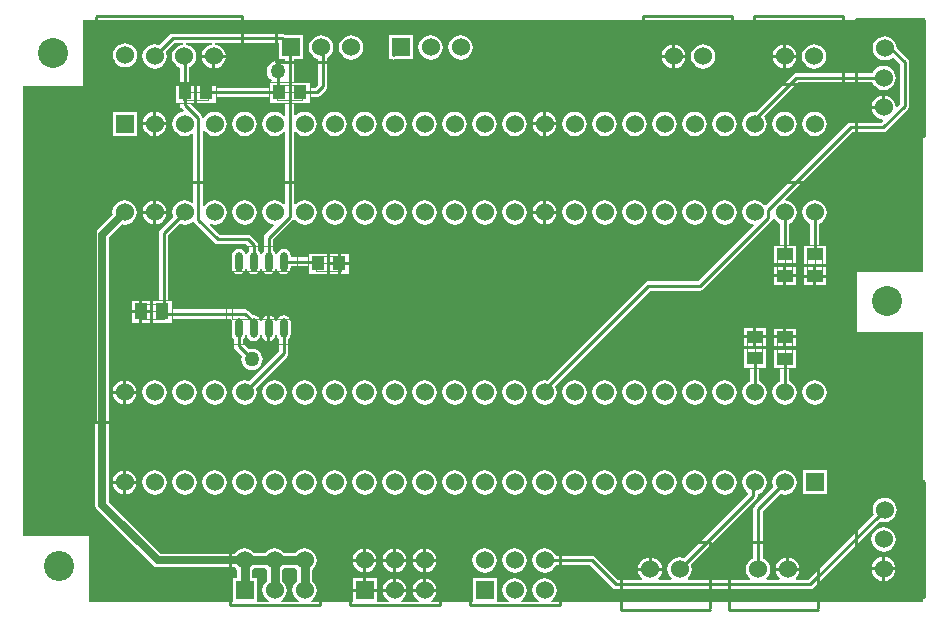
<source format=gbl>
G04*
G04 #@! TF.GenerationSoftware,Altium Limited,Altium Designer,19.1.8 (144)*
G04*
G04 Layer_Physical_Order=2*
G04 Layer_Color=16711680*
%FSLAX25Y25*%
%MOIN*%
G70*
G01*
G75*
%ADD11C,0.01000*%
%ADD12C,0.00394*%
%ADD13C,0.00197*%
%ADD14R,0.04134X0.05512*%
%ADD21C,0.03000*%
%ADD23C,0.02500*%
%ADD24C,0.06000*%
%ADD25R,0.06000X0.06000*%
%ADD26C,0.10000*%
%ADD27O,0.10000X0.10048*%
%ADD28C,0.05000*%
%ADD29R,0.04134X0.05118*%
%ADD30R,0.05512X0.04134*%
%ADD31O,0.02559X0.06496*%
G36*
X302000Y120000D02*
X280000D01*
Y100000D01*
X302000D01*
Y10000D01*
X178102D01*
X178003Y10500D01*
X178017Y10506D01*
X178853Y11147D01*
X179494Y11983D01*
X179897Y12956D01*
X180034Y14000D01*
X179897Y15044D01*
X179494Y16017D01*
X178853Y16853D01*
X178017Y17494D01*
X177044Y17897D01*
X176000Y18034D01*
X174956Y17897D01*
X173983Y17494D01*
X173147Y16853D01*
X172506Y16017D01*
X172103Y15044D01*
X171966Y14000D01*
X172103Y12956D01*
X172506Y11983D01*
X173147Y11147D01*
X173983Y10506D01*
X173997Y10500D01*
X173898Y10000D01*
X168102D01*
X168003Y10500D01*
X168017Y10506D01*
X168853Y11147D01*
X169494Y11983D01*
X169897Y12956D01*
X170035Y14000D01*
X169897Y15044D01*
X169494Y16017D01*
X168853Y16853D01*
X168017Y17494D01*
X167044Y17897D01*
X166000Y18034D01*
X164956Y17897D01*
X163983Y17494D01*
X163147Y16853D01*
X162506Y16017D01*
X162103Y15044D01*
X161966Y14000D01*
X162103Y12956D01*
X162506Y11983D01*
X163147Y11147D01*
X163983Y10506D01*
X163997Y10500D01*
X163898Y10000D01*
X160000D01*
Y18000D01*
X152000D01*
Y10000D01*
X138102D01*
X138003Y10500D01*
X138017Y10506D01*
X138853Y11147D01*
X139494Y11983D01*
X139897Y12956D01*
X139969Y13500D01*
X136000D01*
X132031D01*
X132103Y12956D01*
X132506Y11983D01*
X133147Y11147D01*
X133983Y10506D01*
X133997Y10500D01*
X133898Y10000D01*
X128102D01*
X128003Y10500D01*
X128017Y10506D01*
X128853Y11147D01*
X129494Y11983D01*
X129897Y12956D01*
X129969Y13500D01*
X126000D01*
X122031D01*
X122103Y12956D01*
X122506Y11983D01*
X123147Y11147D01*
X123983Y10506D01*
X123997Y10500D01*
X123898Y10000D01*
X120000D01*
Y13500D01*
X116000D01*
X112000D01*
Y10000D01*
X98102D01*
X98003Y10500D01*
X98017Y10506D01*
X98853Y11147D01*
X99494Y11983D01*
X99897Y12956D01*
X100034Y14000D01*
X99897Y15044D01*
X99494Y16017D01*
X98853Y16853D01*
X98549Y17086D01*
Y20914D01*
X98853Y21147D01*
X99494Y21983D01*
X99897Y22956D01*
X100034Y24000D01*
X99897Y25044D01*
X99494Y26017D01*
X98853Y26853D01*
X98017Y27494D01*
X97044Y27897D01*
X96000Y28034D01*
X94956Y27897D01*
X93983Y27494D01*
X93147Y26853D01*
X92914Y26549D01*
X89086D01*
X88853Y26853D01*
X88017Y27494D01*
X87044Y27897D01*
X86000Y28034D01*
X84956Y27897D01*
X83983Y27494D01*
X83147Y26853D01*
X82914Y26549D01*
X79086D01*
X78853Y26853D01*
X78017Y27494D01*
X77044Y27897D01*
X76000Y28034D01*
X74956Y27897D01*
X73983Y27494D01*
X73147Y26853D01*
X72718Y26294D01*
X47950D01*
X30794Y43450D01*
Y131550D01*
X35302Y136057D01*
X36000Y135966D01*
X37044Y136103D01*
X38017Y136506D01*
X38853Y137147D01*
X39494Y137983D01*
X39897Y138956D01*
X40034Y140000D01*
X39897Y141044D01*
X39494Y142017D01*
X38853Y142853D01*
X38017Y143494D01*
X37044Y143897D01*
X36000Y144035D01*
X34956Y143897D01*
X33983Y143494D01*
X33147Y142853D01*
X32506Y142017D01*
X32103Y141044D01*
X31966Y140000D01*
X32057Y139302D01*
X26878Y134122D01*
X26381Y133378D01*
X26206Y132500D01*
Y42500D01*
X26381Y41622D01*
X26878Y40878D01*
X45378Y22378D01*
X46122Y21881D01*
X47000Y21706D01*
X72718D01*
X73147Y21147D01*
X73451Y20914D01*
Y18000D01*
X72000D01*
Y10000D01*
X24000D01*
Y32000D01*
X2000D01*
Y182000D01*
X22000D01*
Y204000D01*
X302000D01*
Y120000D01*
D02*
G37*
G36*
X93147Y21147D02*
X93451Y20914D01*
Y17086D01*
X93147Y16853D01*
X92506Y16017D01*
X92103Y15044D01*
X91966Y14000D01*
X92103Y12956D01*
X92506Y11983D01*
X93147Y11147D01*
X93983Y10506D01*
X93997Y10500D01*
X93898Y10000D01*
X88102D01*
X88003Y10500D01*
X88017Y10506D01*
X88853Y11147D01*
X89494Y11983D01*
X89897Y12956D01*
X90035Y14000D01*
X89897Y15044D01*
X89494Y16017D01*
X88853Y16853D01*
X88549Y17086D01*
Y20914D01*
X88853Y21147D01*
X89086Y21451D01*
X92914D01*
X93147Y21147D01*
D02*
G37*
G36*
X83147D02*
X83451Y20914D01*
Y17086D01*
X83147Y16853D01*
X82506Y16017D01*
X82103Y15044D01*
X81966Y14000D01*
X82103Y12956D01*
X82506Y11983D01*
X83147Y11147D01*
X83983Y10506D01*
X83997Y10500D01*
X83898Y10000D01*
X80000D01*
Y18000D01*
X78549D01*
Y20914D01*
X78853Y21147D01*
X79086Y21451D01*
X82914D01*
X83147Y21147D01*
D02*
G37*
%LPC*%
G36*
X256500Y195969D02*
Y192500D01*
X259969D01*
X259897Y193044D01*
X259494Y194017D01*
X258853Y194853D01*
X258017Y195494D01*
X257044Y195897D01*
X256500Y195969D01*
D02*
G37*
G36*
X219500D02*
Y192500D01*
X222969D01*
X222897Y193044D01*
X222494Y194017D01*
X221853Y194853D01*
X221017Y195494D01*
X220044Y195897D01*
X219500Y195969D01*
D02*
G37*
G36*
X255500D02*
X254956Y195897D01*
X253983Y195494D01*
X253147Y194853D01*
X252506Y194017D01*
X252103Y193044D01*
X252031Y192500D01*
X255500D01*
Y195969D01*
D02*
G37*
G36*
X218500D02*
X217956Y195897D01*
X216983Y195494D01*
X216147Y194853D01*
X215506Y194017D01*
X215103Y193044D01*
X215031Y192500D01*
X218500D01*
Y195969D01*
D02*
G37*
G36*
X132000Y199000D02*
X124000D01*
Y192648D01*
X123971Y192500D01*
X124000Y192352D01*
Y191000D01*
X125352D01*
X125500Y190971D01*
X125648Y191000D01*
X132000D01*
Y199000D01*
D02*
G37*
G36*
X148000Y199035D02*
X146956Y198897D01*
X145983Y198494D01*
X145147Y197853D01*
X144506Y197017D01*
X144103Y196044D01*
X143965Y195000D01*
X144103Y193956D01*
X144506Y192983D01*
X145147Y192147D01*
X145983Y191506D01*
X146956Y191103D01*
X148000Y190965D01*
X149044Y191103D01*
X150017Y191506D01*
X150853Y192147D01*
X151494Y192983D01*
X151897Y193956D01*
X152034Y195000D01*
X151897Y196044D01*
X151494Y197017D01*
X150853Y197853D01*
X150017Y198494D01*
X149044Y198897D01*
X148000Y199035D01*
D02*
G37*
G36*
X138000D02*
X136956Y198897D01*
X135983Y198494D01*
X135147Y197853D01*
X134506Y197017D01*
X134103Y196044D01*
X133966Y195000D01*
X134103Y193956D01*
X134506Y192983D01*
X135147Y192147D01*
X135983Y191506D01*
X136956Y191103D01*
X138000Y190965D01*
X139044Y191103D01*
X140017Y191506D01*
X140853Y192147D01*
X141494Y192983D01*
X141897Y193956D01*
X142034Y195000D01*
X141897Y196044D01*
X141494Y197017D01*
X140853Y197853D01*
X140017Y198494D01*
X139044Y198897D01*
X138000Y199035D01*
D02*
G37*
G36*
X111500D02*
X110456Y198897D01*
X109483Y198494D01*
X108647Y197853D01*
X108006Y197017D01*
X107603Y196044D01*
X107466Y195000D01*
X107603Y193956D01*
X108006Y192983D01*
X108647Y192147D01*
X109483Y191506D01*
X110456Y191103D01*
X111500Y190965D01*
X112544Y191103D01*
X113517Y191506D01*
X114353Y192147D01*
X114994Y192983D01*
X115397Y193956D01*
X115534Y195000D01*
X115397Y196044D01*
X114994Y197017D01*
X114353Y197853D01*
X113517Y198494D01*
X112544Y198897D01*
X111500Y199035D01*
D02*
G37*
G36*
X36158Y196428D02*
X35113Y196291D01*
X34140Y195888D01*
X33305Y195247D01*
X32664Y194411D01*
X32260Y193438D01*
X32123Y192394D01*
X32260Y191349D01*
X32664Y190376D01*
X33305Y189541D01*
X34140Y188900D01*
X35113Y188497D01*
X36158Y188359D01*
X37202Y188497D01*
X38175Y188900D01*
X39010Y189541D01*
X39652Y190376D01*
X40055Y191349D01*
X40192Y192394D01*
X40055Y193438D01*
X39652Y194411D01*
X39010Y195247D01*
X38175Y195888D01*
X37202Y196291D01*
X36158Y196428D01*
D02*
G37*
G36*
X259969Y191500D02*
X256500D01*
Y188031D01*
X257044Y188103D01*
X258017Y188506D01*
X258853Y189147D01*
X259494Y189983D01*
X259897Y190956D01*
X259969Y191500D01*
D02*
G37*
G36*
X222969D02*
X219500D01*
Y188031D01*
X220044Y188103D01*
X221017Y188506D01*
X221853Y189147D01*
X222494Y189983D01*
X222897Y190956D01*
X222969Y191500D01*
D02*
G37*
G36*
X255500D02*
X252031D01*
X252103Y190956D01*
X252506Y189983D01*
X253147Y189147D01*
X253983Y188506D01*
X254956Y188103D01*
X255500Y188031D01*
Y191500D01*
D02*
G37*
G36*
X218500D02*
X215031D01*
X215103Y190956D01*
X215506Y189983D01*
X216147Y189147D01*
X216983Y188506D01*
X217956Y188103D01*
X218500Y188031D01*
Y191500D01*
D02*
G37*
G36*
X265843Y196035D02*
X264798Y195897D01*
X263825Y195494D01*
X262990Y194853D01*
X262349Y194017D01*
X261946Y193044D01*
X261808Y192000D01*
X261946Y190956D01*
X262349Y189983D01*
X262990Y189147D01*
X263825Y188506D01*
X264798Y188103D01*
X265843Y187966D01*
X266887Y188103D01*
X267860Y188506D01*
X268695Y189147D01*
X269337Y189983D01*
X269740Y190956D01*
X269877Y192000D01*
X269740Y193044D01*
X269337Y194017D01*
X268695Y194853D01*
X267860Y195494D01*
X266887Y195897D01*
X265843Y196035D01*
D02*
G37*
G36*
X228842D02*
X227798Y195897D01*
X226825Y195494D01*
X225990Y194853D01*
X225348Y194017D01*
X224945Y193044D01*
X224808Y192000D01*
X224945Y190956D01*
X225348Y189983D01*
X225990Y189147D01*
X226825Y188506D01*
X227798Y188103D01*
X228842Y187966D01*
X229887Y188103D01*
X230860Y188506D01*
X231695Y189147D01*
X232336Y189983D01*
X232740Y190956D01*
X232877Y192000D01*
X232740Y193044D01*
X232336Y194017D01*
X231695Y194853D01*
X230860Y195494D01*
X229887Y195897D01*
X228842Y196035D01*
D02*
G37*
G36*
X289000Y188877D02*
X287956Y188740D01*
X286983Y188337D01*
X286147Y187695D01*
X285506Y186860D01*
X285304Y186372D01*
X259842D01*
X259257Y186256D01*
X258761Y185924D01*
X246328Y173491D01*
X246000Y173535D01*
X244956Y173397D01*
X243983Y172994D01*
X243147Y172353D01*
X242506Y171517D01*
X242103Y170544D01*
X241966Y169500D01*
X242103Y168456D01*
X242506Y167483D01*
X243147Y166647D01*
X243983Y166006D01*
X244956Y165603D01*
X246000Y165465D01*
X247044Y165603D01*
X248017Y166006D01*
X248853Y166647D01*
X249494Y167483D01*
X249897Y168456D01*
X250034Y169500D01*
X249897Y170544D01*
X249494Y171517D01*
X249141Y171978D01*
X260476Y183313D01*
X285304D01*
X285506Y182825D01*
X286147Y181990D01*
X286983Y181349D01*
X287956Y180946D01*
X289000Y180808D01*
X290044Y180946D01*
X291017Y181349D01*
X291853Y181990D01*
X292494Y182825D01*
X292897Y183798D01*
X293035Y184843D01*
X292897Y185887D01*
X292494Y186860D01*
X291853Y187695D01*
X291017Y188337D01*
X290044Y188740D01*
X289000Y188877D01*
D02*
G37*
G36*
X288500Y178969D02*
X287956Y178897D01*
X286983Y178494D01*
X286147Y177853D01*
X285506Y177017D01*
X285103Y176044D01*
X285031Y175500D01*
X288500D01*
Y178969D01*
D02*
G37*
G36*
X289394Y198720D02*
X288350Y198582D01*
X287376Y198179D01*
X286541Y197538D01*
X285900Y196702D01*
X285497Y195729D01*
X285359Y194685D01*
X285497Y193641D01*
X285900Y192668D01*
X286541Y191832D01*
X287376Y191191D01*
X288350Y190788D01*
X289394Y190650D01*
X290438Y190788D01*
X291411Y191191D01*
X292110Y191727D01*
X294471Y189366D01*
Y176269D01*
X293499Y175299D01*
X292972Y175478D01*
X292897Y176044D01*
X292494Y177017D01*
X291853Y177853D01*
X291017Y178494D01*
X290044Y178897D01*
X289500Y178969D01*
Y175000D01*
X289000D01*
Y174500D01*
X285031D01*
X285103Y173956D01*
X285506Y172983D01*
X286147Y172147D01*
X286983Y171506D01*
X287956Y171103D01*
X288522Y171028D01*
X288702Y170501D01*
X288094Y169893D01*
X278000D01*
X277415Y169777D01*
X276919Y169445D01*
X249761Y142287D01*
X249262Y142320D01*
X248853Y142853D01*
X248017Y143494D01*
X247044Y143897D01*
X246000Y144035D01*
X244956Y143897D01*
X243983Y143494D01*
X243147Y142853D01*
X242506Y142017D01*
X242103Y141044D01*
X241966Y140000D01*
X242103Y138956D01*
X242506Y137983D01*
X243147Y137147D01*
X243983Y136506D01*
X244956Y136103D01*
X245522Y136028D01*
X245702Y135501D01*
X227231Y117029D01*
X210500D01*
X209915Y116913D01*
X209419Y116581D01*
X176770Y83933D01*
X176000Y84035D01*
X174956Y83897D01*
X173983Y83494D01*
X173147Y82853D01*
X172506Y82017D01*
X172103Y81044D01*
X171966Y80000D01*
X172103Y78956D01*
X172506Y77983D01*
X173147Y77147D01*
X173983Y76506D01*
X174956Y76103D01*
X176000Y75965D01*
X177044Y76103D01*
X178017Y76506D01*
X178853Y77147D01*
X179494Y77983D01*
X179897Y78956D01*
X180034Y80000D01*
X179897Y81044D01*
X179494Y82017D01*
X179358Y82195D01*
X211134Y113971D01*
X227864D01*
X228449Y114087D01*
X228945Y114419D01*
X251581Y137055D01*
X251913Y137551D01*
X251988Y137927D01*
X252495Y137982D01*
X252508Y137980D01*
X253147Y137147D01*
X253983Y136506D01*
X254471Y136304D01*
Y129209D01*
X252244D01*
Y123075D01*
X259756D01*
Y129209D01*
X257529D01*
Y136304D01*
X258017Y136506D01*
X258853Y137147D01*
X259494Y137983D01*
X259897Y138956D01*
X260034Y140000D01*
X259897Y141044D01*
X259494Y142017D01*
X258853Y142853D01*
X258017Y143494D01*
X257044Y143897D01*
X256478Y143972D01*
X256298Y144500D01*
X278633Y166835D01*
X288728D01*
X289313Y166951D01*
X289809Y167282D01*
X297081Y174555D01*
X297413Y175051D01*
X297529Y175636D01*
Y190000D01*
X297413Y190585D01*
X297081Y191081D01*
X293421Y194742D01*
X293291Y195729D01*
X292888Y196702D01*
X292247Y197538D01*
X291411Y198179D01*
X290438Y198582D01*
X289394Y198720D01*
D02*
G37*
G36*
X176500Y173469D02*
Y170000D01*
X179969D01*
X179897Y170544D01*
X179494Y171517D01*
X178853Y172353D01*
X178017Y172994D01*
X177044Y173397D01*
X176500Y173469D01*
D02*
G37*
G36*
X46500D02*
Y170000D01*
X49969D01*
X49897Y170544D01*
X49494Y171517D01*
X48853Y172353D01*
X48017Y172994D01*
X47044Y173397D01*
X46500Y173469D01*
D02*
G37*
G36*
X175500D02*
X174956Y173397D01*
X173983Y172994D01*
X173147Y172353D01*
X172506Y171517D01*
X172103Y170544D01*
X172031Y170000D01*
X175500D01*
Y173469D01*
D02*
G37*
G36*
X45500D02*
X44956Y173397D01*
X43983Y172994D01*
X43147Y172353D01*
X42506Y171517D01*
X42103Y170544D01*
X42031Y170000D01*
X45500D01*
Y173469D01*
D02*
G37*
G36*
X179969Y169000D02*
X176500D01*
Y165531D01*
X177044Y165603D01*
X178017Y166006D01*
X178853Y166647D01*
X179494Y167483D01*
X179897Y168456D01*
X179969Y169000D01*
D02*
G37*
G36*
X49969D02*
X46500D01*
Y165531D01*
X47044Y165603D01*
X48017Y166006D01*
X48853Y166647D01*
X49494Y167483D01*
X49897Y168456D01*
X49969Y169000D01*
D02*
G37*
G36*
X175500D02*
X172031D01*
X172103Y168456D01*
X172506Y167483D01*
X173147Y166647D01*
X173983Y166006D01*
X174956Y165603D01*
X175500Y165531D01*
Y169000D01*
D02*
G37*
G36*
X45500D02*
X42031D01*
X42103Y168456D01*
X42506Y167483D01*
X43147Y166647D01*
X43983Y166006D01*
X44956Y165603D01*
X45500Y165531D01*
Y169000D01*
D02*
G37*
G36*
X40000Y173500D02*
X32000D01*
Y165500D01*
X40000D01*
Y173500D01*
D02*
G37*
G36*
X266000Y173535D02*
X264956Y173397D01*
X263983Y172994D01*
X263147Y172353D01*
X262506Y171517D01*
X262103Y170544D01*
X261965Y169500D01*
X262103Y168456D01*
X262506Y167483D01*
X263147Y166647D01*
X263983Y166006D01*
X264956Y165603D01*
X266000Y165465D01*
X267044Y165603D01*
X268017Y166006D01*
X268853Y166647D01*
X269494Y167483D01*
X269897Y168456D01*
X270035Y169500D01*
X269897Y170544D01*
X269494Y171517D01*
X268853Y172353D01*
X268017Y172994D01*
X267044Y173397D01*
X266000Y173535D01*
D02*
G37*
G36*
X256000D02*
X254956Y173397D01*
X253983Y172994D01*
X253147Y172353D01*
X252506Y171517D01*
X252103Y170544D01*
X251965Y169500D01*
X252103Y168456D01*
X252506Y167483D01*
X253147Y166647D01*
X253983Y166006D01*
X254956Y165603D01*
X256000Y165465D01*
X257044Y165603D01*
X258017Y166006D01*
X258853Y166647D01*
X259494Y167483D01*
X259897Y168456D01*
X260034Y169500D01*
X259897Y170544D01*
X259494Y171517D01*
X258853Y172353D01*
X258017Y172994D01*
X257044Y173397D01*
X256000Y173535D01*
D02*
G37*
G36*
X236000D02*
X234956Y173397D01*
X233983Y172994D01*
X233147Y172353D01*
X232506Y171517D01*
X232103Y170544D01*
X231965Y169500D01*
X232103Y168456D01*
X232506Y167483D01*
X233147Y166647D01*
X233983Y166006D01*
X234956Y165603D01*
X236000Y165465D01*
X237044Y165603D01*
X238017Y166006D01*
X238853Y166647D01*
X239494Y167483D01*
X239897Y168456D01*
X240035Y169500D01*
X239897Y170544D01*
X239494Y171517D01*
X238853Y172353D01*
X238017Y172994D01*
X237044Y173397D01*
X236000Y173535D01*
D02*
G37*
G36*
X226000D02*
X224956Y173397D01*
X223983Y172994D01*
X223147Y172353D01*
X222506Y171517D01*
X222103Y170544D01*
X221966Y169500D01*
X222103Y168456D01*
X222506Y167483D01*
X223147Y166647D01*
X223983Y166006D01*
X224956Y165603D01*
X226000Y165465D01*
X227044Y165603D01*
X228017Y166006D01*
X228853Y166647D01*
X229494Y167483D01*
X229897Y168456D01*
X230034Y169500D01*
X229897Y170544D01*
X229494Y171517D01*
X228853Y172353D01*
X228017Y172994D01*
X227044Y173397D01*
X226000Y173535D01*
D02*
G37*
G36*
X216000D02*
X214956Y173397D01*
X213983Y172994D01*
X213147Y172353D01*
X212506Y171517D01*
X212103Y170544D01*
X211965Y169500D01*
X212103Y168456D01*
X212506Y167483D01*
X213147Y166647D01*
X213983Y166006D01*
X214956Y165603D01*
X216000Y165465D01*
X217044Y165603D01*
X218017Y166006D01*
X218853Y166647D01*
X219494Y167483D01*
X219897Y168456D01*
X220035Y169500D01*
X219897Y170544D01*
X219494Y171517D01*
X218853Y172353D01*
X218017Y172994D01*
X217044Y173397D01*
X216000Y173535D01*
D02*
G37*
G36*
X206000D02*
X204956Y173397D01*
X203983Y172994D01*
X203147Y172353D01*
X202506Y171517D01*
X202103Y170544D01*
X201965Y169500D01*
X202103Y168456D01*
X202506Y167483D01*
X203147Y166647D01*
X203983Y166006D01*
X204956Y165603D01*
X206000Y165465D01*
X207044Y165603D01*
X208017Y166006D01*
X208853Y166647D01*
X209494Y167483D01*
X209897Y168456D01*
X210034Y169500D01*
X209897Y170544D01*
X209494Y171517D01*
X208853Y172353D01*
X208017Y172994D01*
X207044Y173397D01*
X206000Y173535D01*
D02*
G37*
G36*
X196000D02*
X194956Y173397D01*
X193983Y172994D01*
X193147Y172353D01*
X192506Y171517D01*
X192103Y170544D01*
X191965Y169500D01*
X192103Y168456D01*
X192506Y167483D01*
X193147Y166647D01*
X193983Y166006D01*
X194956Y165603D01*
X196000Y165465D01*
X197044Y165603D01*
X198017Y166006D01*
X198853Y166647D01*
X199494Y167483D01*
X199897Y168456D01*
X200034Y169500D01*
X199897Y170544D01*
X199494Y171517D01*
X198853Y172353D01*
X198017Y172994D01*
X197044Y173397D01*
X196000Y173535D01*
D02*
G37*
G36*
X186000D02*
X184956Y173397D01*
X183983Y172994D01*
X183147Y172353D01*
X182506Y171517D01*
X182103Y170544D01*
X181965Y169500D01*
X182103Y168456D01*
X182506Y167483D01*
X183147Y166647D01*
X183983Y166006D01*
X184956Y165603D01*
X186000Y165465D01*
X187044Y165603D01*
X188017Y166006D01*
X188853Y166647D01*
X189494Y167483D01*
X189897Y168456D01*
X190034Y169500D01*
X189897Y170544D01*
X189494Y171517D01*
X188853Y172353D01*
X188017Y172994D01*
X187044Y173397D01*
X186000Y173535D01*
D02*
G37*
G36*
X166000D02*
X164956Y173397D01*
X163983Y172994D01*
X163147Y172353D01*
X162506Y171517D01*
X162103Y170544D01*
X161966Y169500D01*
X162103Y168456D01*
X162506Y167483D01*
X163147Y166647D01*
X163983Y166006D01*
X164956Y165603D01*
X166000Y165465D01*
X167044Y165603D01*
X168017Y166006D01*
X168853Y166647D01*
X169494Y167483D01*
X169897Y168456D01*
X170035Y169500D01*
X169897Y170544D01*
X169494Y171517D01*
X168853Y172353D01*
X168017Y172994D01*
X167044Y173397D01*
X166000Y173535D01*
D02*
G37*
G36*
X156000D02*
X154956Y173397D01*
X153983Y172994D01*
X153147Y172353D01*
X152506Y171517D01*
X152103Y170544D01*
X151965Y169500D01*
X152103Y168456D01*
X152506Y167483D01*
X153147Y166647D01*
X153983Y166006D01*
X154956Y165603D01*
X156000Y165465D01*
X157044Y165603D01*
X158017Y166006D01*
X158853Y166647D01*
X159494Y167483D01*
X159897Y168456D01*
X160035Y169500D01*
X159897Y170544D01*
X159494Y171517D01*
X158853Y172353D01*
X158017Y172994D01*
X157044Y173397D01*
X156000Y173535D01*
D02*
G37*
G36*
X146000D02*
X144956Y173397D01*
X143983Y172994D01*
X143147Y172353D01*
X142506Y171517D01*
X142103Y170544D01*
X141965Y169500D01*
X142103Y168456D01*
X142506Y167483D01*
X143147Y166647D01*
X143983Y166006D01*
X144956Y165603D01*
X146000Y165465D01*
X147044Y165603D01*
X148017Y166006D01*
X148853Y166647D01*
X149494Y167483D01*
X149897Y168456D01*
X150034Y169500D01*
X149897Y170544D01*
X149494Y171517D01*
X148853Y172353D01*
X148017Y172994D01*
X147044Y173397D01*
X146000Y173535D01*
D02*
G37*
G36*
X136000D02*
X134956Y173397D01*
X133983Y172994D01*
X133147Y172353D01*
X132506Y171517D01*
X132103Y170544D01*
X131965Y169500D01*
X132103Y168456D01*
X132506Y167483D01*
X133147Y166647D01*
X133983Y166006D01*
X134956Y165603D01*
X136000Y165465D01*
X137044Y165603D01*
X138017Y166006D01*
X138853Y166647D01*
X139494Y167483D01*
X139897Y168456D01*
X140034Y169500D01*
X139897Y170544D01*
X139494Y171517D01*
X138853Y172353D01*
X138017Y172994D01*
X137044Y173397D01*
X136000Y173535D01*
D02*
G37*
G36*
X126000D02*
X124956Y173397D01*
X123983Y172994D01*
X123147Y172353D01*
X122506Y171517D01*
X122103Y170544D01*
X121966Y169500D01*
X122103Y168456D01*
X122506Y167483D01*
X123147Y166647D01*
X123983Y166006D01*
X124956Y165603D01*
X126000Y165465D01*
X127044Y165603D01*
X128017Y166006D01*
X128853Y166647D01*
X129494Y167483D01*
X129897Y168456D01*
X130034Y169500D01*
X129897Y170544D01*
X129494Y171517D01*
X128853Y172353D01*
X128017Y172994D01*
X127044Y173397D01*
X126000Y173535D01*
D02*
G37*
G36*
X116000D02*
X114956Y173397D01*
X113983Y172994D01*
X113147Y172353D01*
X112506Y171517D01*
X112103Y170544D01*
X111966Y169500D01*
X112103Y168456D01*
X112506Y167483D01*
X113147Y166647D01*
X113983Y166006D01*
X114956Y165603D01*
X116000Y165465D01*
X117044Y165603D01*
X118017Y166006D01*
X118853Y166647D01*
X119494Y167483D01*
X119897Y168456D01*
X120035Y169500D01*
X119897Y170544D01*
X119494Y171517D01*
X118853Y172353D01*
X118017Y172994D01*
X117044Y173397D01*
X116000Y173535D01*
D02*
G37*
G36*
X106000D02*
X104956Y173397D01*
X103983Y172994D01*
X103147Y172353D01*
X102506Y171517D01*
X102103Y170544D01*
X101965Y169500D01*
X102103Y168456D01*
X102506Y167483D01*
X103147Y166647D01*
X103983Y166006D01*
X104956Y165603D01*
X106000Y165465D01*
X107044Y165603D01*
X108017Y166006D01*
X108853Y166647D01*
X109494Y167483D01*
X109897Y168456D01*
X110035Y169500D01*
X109897Y170544D01*
X109494Y171517D01*
X108853Y172353D01*
X108017Y172994D01*
X107044Y173397D01*
X106000Y173535D01*
D02*
G37*
G36*
X88500Y199529D02*
X52000D01*
X51415Y199413D01*
X50919Y199081D01*
X47532Y195695D01*
X47044Y195897D01*
X46000Y196035D01*
X44956Y195897D01*
X43983Y195494D01*
X43147Y194853D01*
X42506Y194017D01*
X42103Y193044D01*
X41965Y192000D01*
X42103Y190956D01*
X42506Y189983D01*
X43147Y189147D01*
X43983Y188506D01*
X44956Y188103D01*
X46000Y187966D01*
X47044Y188103D01*
X48017Y188506D01*
X48853Y189147D01*
X49494Y189983D01*
X49897Y190956D01*
X50034Y192000D01*
X49897Y193044D01*
X49695Y193532D01*
X52634Y196471D01*
X55324D01*
X55357Y195971D01*
X54798Y195897D01*
X53825Y195494D01*
X52990Y194853D01*
X52349Y194017D01*
X51946Y193044D01*
X51808Y192000D01*
X51946Y190956D01*
X52349Y189983D01*
X52990Y189147D01*
X53825Y188506D01*
X54471Y188239D01*
Y183559D01*
X52933D01*
Y176441D01*
X54471D01*
Y175864D01*
X54587Y175279D01*
X54919Y174783D01*
X55702Y174000D01*
X55522Y173472D01*
X54956Y173397D01*
X53983Y172994D01*
X53147Y172353D01*
X52506Y171517D01*
X52103Y170544D01*
X51965Y169500D01*
X52103Y168456D01*
X52506Y167483D01*
X53147Y166647D01*
X53983Y166006D01*
X54956Y165603D01*
X56000Y165465D01*
X57044Y165603D01*
X58017Y166006D01*
X58471Y166354D01*
X58971Y166107D01*
Y143393D01*
X58471Y143146D01*
X58017Y143494D01*
X57044Y143897D01*
X56000Y144035D01*
X54956Y143897D01*
X53983Y143494D01*
X53147Y142853D01*
X52506Y142017D01*
X52103Y141044D01*
X51965Y140000D01*
X52103Y138956D01*
X52305Y138468D01*
X47919Y134081D01*
X47587Y133585D01*
X47471Y133000D01*
Y110756D01*
X45575D01*
Y103244D01*
X51709D01*
Y104597D01*
X71538D01*
X71825Y104097D01*
X71676Y103347D01*
Y99410D01*
X71853Y98520D01*
X72357Y97766D01*
X72471Y97690D01*
Y95500D01*
X72587Y94915D01*
X72919Y94419D01*
X75188Y92149D01*
X75090Y91914D01*
X74970Y91000D01*
X75090Y90086D01*
X75443Y89235D01*
X76004Y88504D01*
X76735Y87943D01*
X77586Y87590D01*
X78500Y87470D01*
X79414Y87590D01*
X80265Y87943D01*
X80996Y88504D01*
X81557Y89235D01*
X81910Y90086D01*
X82030Y91000D01*
X81910Y91914D01*
X81557Y92765D01*
X80996Y93496D01*
X80265Y94057D01*
X79414Y94410D01*
X78500Y94530D01*
X77586Y94410D01*
X77351Y94312D01*
X75529Y96134D01*
Y97690D01*
X75643Y97766D01*
X76147Y98520D01*
X76245Y99012D01*
X76755D01*
X76853Y98520D01*
X77357Y97766D01*
X78111Y97262D01*
X79000Y97085D01*
X79889Y97262D01*
X80643Y97766D01*
X81147Y98520D01*
X81245Y99012D01*
X81755D01*
X81853Y98520D01*
X82357Y97766D01*
X83111Y97262D01*
X83500Y97185D01*
Y101378D01*
Y105571D01*
X83111Y105494D01*
X82357Y104990D01*
X81853Y104236D01*
X81755Y103744D01*
X81245D01*
X81147Y104236D01*
X80643Y104990D01*
X79889Y105494D01*
X79000Y105671D01*
X78865Y105644D01*
X77302Y107207D01*
X76806Y107539D01*
X76221Y107655D01*
X51709D01*
Y110756D01*
X50529D01*
Y132367D01*
X54468Y136305D01*
X54956Y136103D01*
X56000Y135966D01*
X57044Y136103D01*
X58017Y136506D01*
X58574Y136933D01*
X58706Y136928D01*
X59176Y136782D01*
X59419Y136419D01*
X65919Y129919D01*
X66415Y129587D01*
X67000Y129471D01*
X76367D01*
X77471Y128366D01*
Y127310D01*
X77357Y127234D01*
X76853Y126480D01*
X76755Y125988D01*
X76245D01*
X76147Y126480D01*
X75643Y127234D01*
X74889Y127738D01*
X74000Y127915D01*
X73111Y127738D01*
X72357Y127234D01*
X71853Y126480D01*
X71676Y125591D01*
Y121653D01*
X71853Y120764D01*
X72357Y120010D01*
X73111Y119506D01*
X74000Y119329D01*
X74889Y119506D01*
X75643Y120010D01*
X76147Y120764D01*
X76245Y121256D01*
X76755D01*
X76853Y120764D01*
X77357Y120010D01*
X78111Y119506D01*
X79000Y119329D01*
X79889Y119506D01*
X80643Y120010D01*
X81147Y120764D01*
X81245Y121256D01*
X81755D01*
X81853Y120764D01*
X82357Y120010D01*
X83111Y119506D01*
X84000Y119329D01*
X84889Y119506D01*
X85643Y120010D01*
X86147Y120764D01*
X86245Y121256D01*
X86755D01*
X86853Y120764D01*
X87357Y120010D01*
X88111Y119506D01*
X89000Y119329D01*
X89889Y119506D01*
X90643Y120010D01*
X91147Y120764D01*
X91324Y121653D01*
Y122093D01*
X97291D01*
Y119441D01*
X103425D01*
Y126559D01*
X97291D01*
Y125151D01*
X91324D01*
Y125591D01*
X91147Y126480D01*
X90643Y127234D01*
X89889Y127738D01*
X89000Y127915D01*
X88111Y127738D01*
X87357Y127234D01*
X86853Y126480D01*
X86755Y125988D01*
X86245D01*
X86147Y126480D01*
X85643Y127234D01*
X85529Y127310D01*
Y131002D01*
X92081Y137555D01*
X92139Y137640D01*
X92753Y137660D01*
X93147Y137147D01*
X93983Y136506D01*
X94956Y136103D01*
X96000Y135966D01*
X97044Y136103D01*
X98017Y136506D01*
X98853Y137147D01*
X99494Y137983D01*
X99897Y138956D01*
X100034Y140000D01*
X99897Y141044D01*
X99494Y142017D01*
X98853Y142853D01*
X98017Y143494D01*
X97044Y143897D01*
X96000Y144035D01*
X94956Y143897D01*
X93983Y143494D01*
X93147Y142853D01*
X93003Y142665D01*
X92529Y142825D01*
Y166674D01*
X93003Y166835D01*
X93147Y166647D01*
X93983Y166006D01*
X94956Y165603D01*
X96000Y165465D01*
X97044Y165603D01*
X98017Y166006D01*
X98853Y166647D01*
X99494Y167483D01*
X99897Y168456D01*
X100034Y169500D01*
X99897Y170544D01*
X99494Y171517D01*
X98853Y172353D01*
X98017Y172994D01*
X97044Y173397D01*
X96000Y173535D01*
X94956Y173397D01*
X93983Y172994D01*
X93147Y172353D01*
X93003Y172165D01*
X92529Y172326D01*
Y176441D01*
X97709D01*
Y178471D01*
X100000D01*
X100585Y178587D01*
X101081Y178919D01*
X103081Y180919D01*
X103413Y181415D01*
X103529Y182000D01*
Y191515D01*
X104353Y192147D01*
X104994Y192983D01*
X105397Y193956D01*
X105535Y195000D01*
X105397Y196044D01*
X104994Y197017D01*
X104353Y197853D01*
X103517Y198494D01*
X102544Y198897D01*
X101500Y199035D01*
X100456Y198897D01*
X99483Y198494D01*
X98647Y197853D01*
X98006Y197017D01*
X97603Y196044D01*
X97465Y195000D01*
X97603Y193956D01*
X98006Y192983D01*
X98647Y192147D01*
X99483Y191506D01*
X100456Y191103D01*
X100471Y191101D01*
Y182633D01*
X99366Y181529D01*
X97709D01*
Y183559D01*
X92529D01*
Y191000D01*
X95500D01*
Y199000D01*
X89663D01*
X89581Y199081D01*
X89085Y199413D01*
X88500Y199529D01*
D02*
G37*
G36*
X176500Y143969D02*
Y140500D01*
X179969D01*
X179897Y141044D01*
X179494Y142017D01*
X178853Y142853D01*
X178017Y143494D01*
X177044Y143897D01*
X176500Y143969D01*
D02*
G37*
G36*
X46500D02*
Y140500D01*
X49969D01*
X49897Y141044D01*
X49494Y142017D01*
X48853Y142853D01*
X48017Y143494D01*
X47044Y143897D01*
X46500Y143969D01*
D02*
G37*
G36*
X175500D02*
X174956Y143897D01*
X173983Y143494D01*
X173147Y142853D01*
X172506Y142017D01*
X172103Y141044D01*
X172031Y140500D01*
X175500D01*
Y143969D01*
D02*
G37*
G36*
X45500D02*
X44956Y143897D01*
X43983Y143494D01*
X43147Y142853D01*
X42506Y142017D01*
X42103Y141044D01*
X42031Y140500D01*
X45500D01*
Y143969D01*
D02*
G37*
G36*
X179969Y139500D02*
X176500D01*
Y136031D01*
X177044Y136103D01*
X178017Y136506D01*
X178853Y137147D01*
X179494Y137983D01*
X179897Y138956D01*
X179969Y139500D01*
D02*
G37*
G36*
X49969D02*
X46500D01*
Y136031D01*
X47044Y136103D01*
X48017Y136506D01*
X48853Y137147D01*
X49494Y137983D01*
X49897Y138956D01*
X49969Y139500D01*
D02*
G37*
G36*
X175500D02*
X172031D01*
X172103Y138956D01*
X172506Y137983D01*
X173147Y137147D01*
X173983Y136506D01*
X174956Y136103D01*
X175500Y136031D01*
Y139500D01*
D02*
G37*
G36*
X45500D02*
X42031D01*
X42103Y138956D01*
X42506Y137983D01*
X43147Y137147D01*
X43983Y136506D01*
X44956Y136103D01*
X45500Y136031D01*
Y139500D01*
D02*
G37*
G36*
X236000Y144035D02*
X234956Y143897D01*
X233983Y143494D01*
X233147Y142853D01*
X232506Y142017D01*
X232103Y141044D01*
X231965Y140000D01*
X232103Y138956D01*
X232506Y137983D01*
X233147Y137147D01*
X233983Y136506D01*
X234956Y136103D01*
X236000Y135966D01*
X237044Y136103D01*
X238017Y136506D01*
X238853Y137147D01*
X239494Y137983D01*
X239897Y138956D01*
X240035Y140000D01*
X239897Y141044D01*
X239494Y142017D01*
X238853Y142853D01*
X238017Y143494D01*
X237044Y143897D01*
X236000Y144035D01*
D02*
G37*
G36*
X226000D02*
X224956Y143897D01*
X223983Y143494D01*
X223147Y142853D01*
X222506Y142017D01*
X222103Y141044D01*
X221966Y140000D01*
X222103Y138956D01*
X222506Y137983D01*
X223147Y137147D01*
X223983Y136506D01*
X224956Y136103D01*
X226000Y135966D01*
X227044Y136103D01*
X228017Y136506D01*
X228853Y137147D01*
X229494Y137983D01*
X229897Y138956D01*
X230034Y140000D01*
X229897Y141044D01*
X229494Y142017D01*
X228853Y142853D01*
X228017Y143494D01*
X227044Y143897D01*
X226000Y144035D01*
D02*
G37*
G36*
X216000D02*
X214956Y143897D01*
X213983Y143494D01*
X213147Y142853D01*
X212506Y142017D01*
X212103Y141044D01*
X211965Y140000D01*
X212103Y138956D01*
X212506Y137983D01*
X213147Y137147D01*
X213983Y136506D01*
X214956Y136103D01*
X216000Y135966D01*
X217044Y136103D01*
X218017Y136506D01*
X218853Y137147D01*
X219494Y137983D01*
X219897Y138956D01*
X220035Y140000D01*
X219897Y141044D01*
X219494Y142017D01*
X218853Y142853D01*
X218017Y143494D01*
X217044Y143897D01*
X216000Y144035D01*
D02*
G37*
G36*
X206000D02*
X204956Y143897D01*
X203983Y143494D01*
X203147Y142853D01*
X202506Y142017D01*
X202103Y141044D01*
X201965Y140000D01*
X202103Y138956D01*
X202506Y137983D01*
X203147Y137147D01*
X203983Y136506D01*
X204956Y136103D01*
X206000Y135966D01*
X207044Y136103D01*
X208017Y136506D01*
X208853Y137147D01*
X209494Y137983D01*
X209897Y138956D01*
X210034Y140000D01*
X209897Y141044D01*
X209494Y142017D01*
X208853Y142853D01*
X208017Y143494D01*
X207044Y143897D01*
X206000Y144035D01*
D02*
G37*
G36*
X196000D02*
X194956Y143897D01*
X193983Y143494D01*
X193147Y142853D01*
X192506Y142017D01*
X192103Y141044D01*
X191965Y140000D01*
X192103Y138956D01*
X192506Y137983D01*
X193147Y137147D01*
X193983Y136506D01*
X194956Y136103D01*
X196000Y135966D01*
X197044Y136103D01*
X198017Y136506D01*
X198853Y137147D01*
X199494Y137983D01*
X199897Y138956D01*
X200034Y140000D01*
X199897Y141044D01*
X199494Y142017D01*
X198853Y142853D01*
X198017Y143494D01*
X197044Y143897D01*
X196000Y144035D01*
D02*
G37*
G36*
X186000D02*
X184956Y143897D01*
X183983Y143494D01*
X183147Y142853D01*
X182506Y142017D01*
X182103Y141044D01*
X181965Y140000D01*
X182103Y138956D01*
X182506Y137983D01*
X183147Y137147D01*
X183983Y136506D01*
X184956Y136103D01*
X186000Y135966D01*
X187044Y136103D01*
X188017Y136506D01*
X188853Y137147D01*
X189494Y137983D01*
X189897Y138956D01*
X190034Y140000D01*
X189897Y141044D01*
X189494Y142017D01*
X188853Y142853D01*
X188017Y143494D01*
X187044Y143897D01*
X186000Y144035D01*
D02*
G37*
G36*
X166000D02*
X164956Y143897D01*
X163983Y143494D01*
X163147Y142853D01*
X162506Y142017D01*
X162103Y141044D01*
X161966Y140000D01*
X162103Y138956D01*
X162506Y137983D01*
X163147Y137147D01*
X163983Y136506D01*
X164956Y136103D01*
X166000Y135966D01*
X167044Y136103D01*
X168017Y136506D01*
X168853Y137147D01*
X169494Y137983D01*
X169897Y138956D01*
X170035Y140000D01*
X169897Y141044D01*
X169494Y142017D01*
X168853Y142853D01*
X168017Y143494D01*
X167044Y143897D01*
X166000Y144035D01*
D02*
G37*
G36*
X156000D02*
X154956Y143897D01*
X153983Y143494D01*
X153147Y142853D01*
X152506Y142017D01*
X152103Y141044D01*
X151965Y140000D01*
X152103Y138956D01*
X152506Y137983D01*
X153147Y137147D01*
X153983Y136506D01*
X154956Y136103D01*
X156000Y135966D01*
X157044Y136103D01*
X158017Y136506D01*
X158853Y137147D01*
X159494Y137983D01*
X159897Y138956D01*
X160035Y140000D01*
X159897Y141044D01*
X159494Y142017D01*
X158853Y142853D01*
X158017Y143494D01*
X157044Y143897D01*
X156000Y144035D01*
D02*
G37*
G36*
X146000D02*
X144956Y143897D01*
X143983Y143494D01*
X143147Y142853D01*
X142506Y142017D01*
X142103Y141044D01*
X141965Y140000D01*
X142103Y138956D01*
X142506Y137983D01*
X143147Y137147D01*
X143983Y136506D01*
X144956Y136103D01*
X146000Y135966D01*
X147044Y136103D01*
X148017Y136506D01*
X148853Y137147D01*
X149494Y137983D01*
X149897Y138956D01*
X150034Y140000D01*
X149897Y141044D01*
X149494Y142017D01*
X148853Y142853D01*
X148017Y143494D01*
X147044Y143897D01*
X146000Y144035D01*
D02*
G37*
G36*
X136000D02*
X134956Y143897D01*
X133983Y143494D01*
X133147Y142853D01*
X132506Y142017D01*
X132103Y141044D01*
X131965Y140000D01*
X132103Y138956D01*
X132506Y137983D01*
X133147Y137147D01*
X133983Y136506D01*
X134956Y136103D01*
X136000Y135966D01*
X137044Y136103D01*
X138017Y136506D01*
X138853Y137147D01*
X139494Y137983D01*
X139897Y138956D01*
X140034Y140000D01*
X139897Y141044D01*
X139494Y142017D01*
X138853Y142853D01*
X138017Y143494D01*
X137044Y143897D01*
X136000Y144035D01*
D02*
G37*
G36*
X126000D02*
X124956Y143897D01*
X123983Y143494D01*
X123147Y142853D01*
X122506Y142017D01*
X122103Y141044D01*
X121966Y140000D01*
X122103Y138956D01*
X122506Y137983D01*
X123147Y137147D01*
X123983Y136506D01*
X124956Y136103D01*
X126000Y135966D01*
X127044Y136103D01*
X128017Y136506D01*
X128853Y137147D01*
X129494Y137983D01*
X129897Y138956D01*
X130034Y140000D01*
X129897Y141044D01*
X129494Y142017D01*
X128853Y142853D01*
X128017Y143494D01*
X127044Y143897D01*
X126000Y144035D01*
D02*
G37*
G36*
X116000D02*
X114956Y143897D01*
X113983Y143494D01*
X113147Y142853D01*
X112506Y142017D01*
X112103Y141044D01*
X111966Y140000D01*
X112103Y138956D01*
X112506Y137983D01*
X113147Y137147D01*
X113983Y136506D01*
X114956Y136103D01*
X116000Y135966D01*
X117044Y136103D01*
X118017Y136506D01*
X118853Y137147D01*
X119494Y137983D01*
X119897Y138956D01*
X120035Y140000D01*
X119897Y141044D01*
X119494Y142017D01*
X118853Y142853D01*
X118017Y143494D01*
X117044Y143897D01*
X116000Y144035D01*
D02*
G37*
G36*
X106000D02*
X104956Y143897D01*
X103983Y143494D01*
X103147Y142853D01*
X102506Y142017D01*
X102103Y141044D01*
X101965Y140000D01*
X102103Y138956D01*
X102506Y137983D01*
X103147Y137147D01*
X103983Y136506D01*
X104956Y136103D01*
X106000Y135966D01*
X107044Y136103D01*
X108017Y136506D01*
X108853Y137147D01*
X109494Y137983D01*
X109897Y138956D01*
X110035Y140000D01*
X109897Y141044D01*
X109494Y142017D01*
X108853Y142853D01*
X108017Y143494D01*
X107044Y143897D01*
X106000Y144035D01*
D02*
G37*
G36*
X110709Y126559D02*
X108142D01*
Y123500D01*
X110709D01*
Y126559D01*
D02*
G37*
G36*
X107142D02*
X104575D01*
Y123500D01*
X107142D01*
Y126559D01*
D02*
G37*
G36*
X266000Y144035D02*
X264956Y143897D01*
X263983Y143494D01*
X263147Y142853D01*
X262506Y142017D01*
X262103Y141044D01*
X261965Y140000D01*
X262103Y138956D01*
X262506Y137983D01*
X263147Y137147D01*
X263983Y136506D01*
X264471Y136304D01*
Y129067D01*
X262244D01*
Y122933D01*
X269756D01*
Y129067D01*
X267529D01*
Y136304D01*
X268017Y136506D01*
X268853Y137147D01*
X269494Y137983D01*
X269897Y138956D01*
X270035Y140000D01*
X269897Y141044D01*
X269494Y142017D01*
X268853Y142853D01*
X268017Y143494D01*
X267044Y143897D01*
X266000Y144035D01*
D02*
G37*
G36*
X110709Y122500D02*
X108142D01*
Y119441D01*
X110709D01*
Y122500D01*
D02*
G37*
G36*
X107142D02*
X104575D01*
Y119441D01*
X107142D01*
Y122500D01*
D02*
G37*
G36*
X259756Y121925D02*
X256500D01*
Y119358D01*
X259756D01*
Y121925D01*
D02*
G37*
G36*
X255500D02*
X252244D01*
Y119358D01*
X255500D01*
Y121925D01*
D02*
G37*
G36*
X269756Y121783D02*
X266500D01*
Y119217D01*
X269756D01*
Y121783D01*
D02*
G37*
G36*
X265500D02*
X262244D01*
Y119217D01*
X265500D01*
Y121783D01*
D02*
G37*
G36*
X259756Y118358D02*
X256500D01*
Y115791D01*
X259756D01*
Y118358D01*
D02*
G37*
G36*
X255500D02*
X252244D01*
Y115791D01*
X255500D01*
Y118358D01*
D02*
G37*
G36*
X269756Y118217D02*
X266500D01*
Y115650D01*
X269756D01*
Y118217D01*
D02*
G37*
G36*
X265500D02*
X262244D01*
Y115650D01*
X265500D01*
Y118217D01*
D02*
G37*
G36*
X44425Y110756D02*
X41858D01*
Y107500D01*
X44425D01*
Y110756D01*
D02*
G37*
G36*
X40858D02*
X38291D01*
Y107500D01*
X40858D01*
Y110756D01*
D02*
G37*
G36*
X89000Y105671D02*
X88111Y105494D01*
X87357Y104990D01*
X86853Y104236D01*
X86755Y103744D01*
X86245D01*
X86147Y104236D01*
X85643Y104990D01*
X84889Y105494D01*
X84500Y105571D01*
Y101378D01*
Y97185D01*
X84889Y97262D01*
X85643Y97766D01*
X86147Y98520D01*
X86245Y99012D01*
X86755D01*
X86853Y98520D01*
X87357Y97766D01*
X87471Y97690D01*
Y93634D01*
X77532Y83695D01*
X77044Y83897D01*
X76000Y84035D01*
X74956Y83897D01*
X73983Y83494D01*
X73147Y82853D01*
X72506Y82017D01*
X72103Y81044D01*
X71965Y80000D01*
X72103Y78956D01*
X72506Y77983D01*
X73147Y77147D01*
X73983Y76506D01*
X74956Y76103D01*
X76000Y75965D01*
X77044Y76103D01*
X78017Y76506D01*
X78853Y77147D01*
X79494Y77983D01*
X79897Y78956D01*
X80035Y80000D01*
X79897Y81044D01*
X79695Y81532D01*
X90081Y91919D01*
X90413Y92415D01*
X90529Y93000D01*
Y97690D01*
X90643Y97766D01*
X91147Y98520D01*
X91324Y99410D01*
Y103347D01*
X91147Y104236D01*
X90643Y104990D01*
X89889Y105494D01*
X89000Y105671D01*
D02*
G37*
G36*
X44425Y106500D02*
X41858D01*
Y103244D01*
X44425D01*
Y106500D01*
D02*
G37*
G36*
X40858D02*
X38291D01*
Y103244D01*
X40858D01*
Y106500D01*
D02*
G37*
G36*
X249756Y101709D02*
X246500D01*
Y99142D01*
X249756D01*
Y101709D01*
D02*
G37*
G36*
X245500D02*
X242244D01*
Y99142D01*
X245500D01*
Y101709D01*
D02*
G37*
G36*
X259756Y101567D02*
X256500D01*
Y99000D01*
X259756D01*
Y101567D01*
D02*
G37*
G36*
X255500D02*
X252244D01*
Y99000D01*
X255500D01*
Y101567D01*
D02*
G37*
G36*
X249756Y98142D02*
X246500D01*
Y95575D01*
X249756D01*
Y98142D01*
D02*
G37*
G36*
X245500D02*
X242244D01*
Y95575D01*
X245500D01*
Y98142D01*
D02*
G37*
G36*
X259756Y98000D02*
X256500D01*
Y95433D01*
X259756D01*
Y98000D01*
D02*
G37*
G36*
X255500D02*
X252244D01*
Y95433D01*
X255500D01*
Y98000D01*
D02*
G37*
G36*
X36500Y83969D02*
Y80500D01*
X39969D01*
X39897Y81044D01*
X39494Y82017D01*
X38853Y82853D01*
X38017Y83494D01*
X37044Y83897D01*
X36500Y83969D01*
D02*
G37*
G36*
X35500D02*
X34956Y83897D01*
X33983Y83494D01*
X33147Y82853D01*
X32506Y82017D01*
X32103Y81044D01*
X32031Y80500D01*
X35500D01*
Y83969D01*
D02*
G37*
G36*
X39969Y79500D02*
X36500D01*
Y76031D01*
X37044Y76103D01*
X38017Y76506D01*
X38853Y77147D01*
X39494Y77983D01*
X39897Y78956D01*
X39969Y79500D01*
D02*
G37*
G36*
X35500D02*
X32031D01*
X32103Y78956D01*
X32506Y77983D01*
X33147Y77147D01*
X33983Y76506D01*
X34956Y76103D01*
X35500Y76031D01*
Y79500D01*
D02*
G37*
G36*
X266000Y84035D02*
X264956Y83897D01*
X263983Y83494D01*
X263147Y82853D01*
X262506Y82017D01*
X262103Y81044D01*
X261965Y80000D01*
X262103Y78956D01*
X262506Y77983D01*
X263147Y77147D01*
X263983Y76506D01*
X264956Y76103D01*
X266000Y75965D01*
X267044Y76103D01*
X268017Y76506D01*
X268853Y77147D01*
X269494Y77983D01*
X269897Y78956D01*
X270035Y80000D01*
X269897Y81044D01*
X269494Y82017D01*
X268853Y82853D01*
X268017Y83494D01*
X267044Y83897D01*
X266000Y84035D01*
D02*
G37*
G36*
X259756Y94283D02*
X252244D01*
Y88150D01*
X254471D01*
Y83696D01*
X253983Y83494D01*
X253147Y82853D01*
X252506Y82017D01*
X252103Y81044D01*
X251965Y80000D01*
X252103Y78956D01*
X252506Y77983D01*
X253147Y77147D01*
X253983Y76506D01*
X254956Y76103D01*
X256000Y75965D01*
X257044Y76103D01*
X258017Y76506D01*
X258853Y77147D01*
X259494Y77983D01*
X259897Y78956D01*
X260034Y80000D01*
X259897Y81044D01*
X259494Y82017D01*
X258853Y82853D01*
X258017Y83494D01*
X257529Y83696D01*
Y88150D01*
X259756D01*
Y94283D01*
D02*
G37*
G36*
X249756Y94425D02*
X242244D01*
Y88291D01*
X244471D01*
Y83696D01*
X243983Y83494D01*
X243147Y82853D01*
X242506Y82017D01*
X242103Y81044D01*
X241966Y80000D01*
X242103Y78956D01*
X242506Y77983D01*
X243147Y77147D01*
X243983Y76506D01*
X244956Y76103D01*
X246000Y75965D01*
X247044Y76103D01*
X248017Y76506D01*
X248853Y77147D01*
X249494Y77983D01*
X249897Y78956D01*
X250034Y80000D01*
X249897Y81044D01*
X249494Y82017D01*
X248853Y82853D01*
X248017Y83494D01*
X247529Y83696D01*
Y88291D01*
X249756D01*
Y94425D01*
D02*
G37*
G36*
X236000Y84035D02*
X234956Y83897D01*
X233983Y83494D01*
X233147Y82853D01*
X232506Y82017D01*
X232103Y81044D01*
X231965Y80000D01*
X232103Y78956D01*
X232506Y77983D01*
X233147Y77147D01*
X233983Y76506D01*
X234956Y76103D01*
X236000Y75965D01*
X237044Y76103D01*
X238017Y76506D01*
X238853Y77147D01*
X239494Y77983D01*
X239897Y78956D01*
X240035Y80000D01*
X239897Y81044D01*
X239494Y82017D01*
X238853Y82853D01*
X238017Y83494D01*
X237044Y83897D01*
X236000Y84035D01*
D02*
G37*
G36*
X226000D02*
X224956Y83897D01*
X223983Y83494D01*
X223147Y82853D01*
X222506Y82017D01*
X222103Y81044D01*
X221966Y80000D01*
X222103Y78956D01*
X222506Y77983D01*
X223147Y77147D01*
X223983Y76506D01*
X224956Y76103D01*
X226000Y75965D01*
X227044Y76103D01*
X228017Y76506D01*
X228853Y77147D01*
X229494Y77983D01*
X229897Y78956D01*
X230034Y80000D01*
X229897Y81044D01*
X229494Y82017D01*
X228853Y82853D01*
X228017Y83494D01*
X227044Y83897D01*
X226000Y84035D01*
D02*
G37*
G36*
X216000D02*
X214956Y83897D01*
X213983Y83494D01*
X213147Y82853D01*
X212506Y82017D01*
X212103Y81044D01*
X211965Y80000D01*
X212103Y78956D01*
X212506Y77983D01*
X213147Y77147D01*
X213983Y76506D01*
X214956Y76103D01*
X216000Y75965D01*
X217044Y76103D01*
X218017Y76506D01*
X218853Y77147D01*
X219494Y77983D01*
X219897Y78956D01*
X220035Y80000D01*
X219897Y81044D01*
X219494Y82017D01*
X218853Y82853D01*
X218017Y83494D01*
X217044Y83897D01*
X216000Y84035D01*
D02*
G37*
G36*
X206000D02*
X204956Y83897D01*
X203983Y83494D01*
X203147Y82853D01*
X202506Y82017D01*
X202103Y81044D01*
X201965Y80000D01*
X202103Y78956D01*
X202506Y77983D01*
X203147Y77147D01*
X203983Y76506D01*
X204956Y76103D01*
X206000Y75965D01*
X207044Y76103D01*
X208017Y76506D01*
X208853Y77147D01*
X209494Y77983D01*
X209897Y78956D01*
X210034Y80000D01*
X209897Y81044D01*
X209494Y82017D01*
X208853Y82853D01*
X208017Y83494D01*
X207044Y83897D01*
X206000Y84035D01*
D02*
G37*
G36*
X196000D02*
X194956Y83897D01*
X193983Y83494D01*
X193147Y82853D01*
X192506Y82017D01*
X192103Y81044D01*
X191965Y80000D01*
X192103Y78956D01*
X192506Y77983D01*
X193147Y77147D01*
X193983Y76506D01*
X194956Y76103D01*
X196000Y75965D01*
X197044Y76103D01*
X198017Y76506D01*
X198853Y77147D01*
X199494Y77983D01*
X199897Y78956D01*
X200034Y80000D01*
X199897Y81044D01*
X199494Y82017D01*
X198853Y82853D01*
X198017Y83494D01*
X197044Y83897D01*
X196000Y84035D01*
D02*
G37*
G36*
X186000D02*
X184956Y83897D01*
X183983Y83494D01*
X183147Y82853D01*
X182506Y82017D01*
X182103Y81044D01*
X181965Y80000D01*
X182103Y78956D01*
X182506Y77983D01*
X183147Y77147D01*
X183983Y76506D01*
X184956Y76103D01*
X186000Y75965D01*
X187044Y76103D01*
X188017Y76506D01*
X188853Y77147D01*
X189494Y77983D01*
X189897Y78956D01*
X190034Y80000D01*
X189897Y81044D01*
X189494Y82017D01*
X188853Y82853D01*
X188017Y83494D01*
X187044Y83897D01*
X186000Y84035D01*
D02*
G37*
G36*
X166000D02*
X164956Y83897D01*
X163983Y83494D01*
X163147Y82853D01*
X162506Y82017D01*
X162103Y81044D01*
X161966Y80000D01*
X162103Y78956D01*
X162506Y77983D01*
X163147Y77147D01*
X163983Y76506D01*
X164956Y76103D01*
X166000Y75965D01*
X167044Y76103D01*
X168017Y76506D01*
X168853Y77147D01*
X169494Y77983D01*
X169897Y78956D01*
X170035Y80000D01*
X169897Y81044D01*
X169494Y82017D01*
X168853Y82853D01*
X168017Y83494D01*
X167044Y83897D01*
X166000Y84035D01*
D02*
G37*
G36*
X156000D02*
X154956Y83897D01*
X153983Y83494D01*
X153147Y82853D01*
X152506Y82017D01*
X152103Y81044D01*
X151965Y80000D01*
X152103Y78956D01*
X152506Y77983D01*
X153147Y77147D01*
X153983Y76506D01*
X154956Y76103D01*
X156000Y75965D01*
X157044Y76103D01*
X158017Y76506D01*
X158853Y77147D01*
X159494Y77983D01*
X159897Y78956D01*
X160035Y80000D01*
X159897Y81044D01*
X159494Y82017D01*
X158853Y82853D01*
X158017Y83494D01*
X157044Y83897D01*
X156000Y84035D01*
D02*
G37*
G36*
X146000D02*
X144956Y83897D01*
X143983Y83494D01*
X143147Y82853D01*
X142506Y82017D01*
X142103Y81044D01*
X141965Y80000D01*
X142103Y78956D01*
X142506Y77983D01*
X143147Y77147D01*
X143983Y76506D01*
X144956Y76103D01*
X146000Y75965D01*
X147044Y76103D01*
X148017Y76506D01*
X148853Y77147D01*
X149494Y77983D01*
X149897Y78956D01*
X150034Y80000D01*
X149897Y81044D01*
X149494Y82017D01*
X148853Y82853D01*
X148017Y83494D01*
X147044Y83897D01*
X146000Y84035D01*
D02*
G37*
G36*
X136000D02*
X134956Y83897D01*
X133983Y83494D01*
X133147Y82853D01*
X132506Y82017D01*
X132103Y81044D01*
X131965Y80000D01*
X132103Y78956D01*
X132506Y77983D01*
X133147Y77147D01*
X133983Y76506D01*
X134956Y76103D01*
X136000Y75965D01*
X137044Y76103D01*
X138017Y76506D01*
X138853Y77147D01*
X139494Y77983D01*
X139897Y78956D01*
X140034Y80000D01*
X139897Y81044D01*
X139494Y82017D01*
X138853Y82853D01*
X138017Y83494D01*
X137044Y83897D01*
X136000Y84035D01*
D02*
G37*
G36*
X126000D02*
X124956Y83897D01*
X123983Y83494D01*
X123147Y82853D01*
X122506Y82017D01*
X122103Y81044D01*
X121966Y80000D01*
X122103Y78956D01*
X122506Y77983D01*
X123147Y77147D01*
X123983Y76506D01*
X124956Y76103D01*
X126000Y75965D01*
X127044Y76103D01*
X128017Y76506D01*
X128853Y77147D01*
X129494Y77983D01*
X129897Y78956D01*
X130034Y80000D01*
X129897Y81044D01*
X129494Y82017D01*
X128853Y82853D01*
X128017Y83494D01*
X127044Y83897D01*
X126000Y84035D01*
D02*
G37*
G36*
X116000D02*
X114956Y83897D01*
X113983Y83494D01*
X113147Y82853D01*
X112506Y82017D01*
X112103Y81044D01*
X111966Y80000D01*
X112103Y78956D01*
X112506Y77983D01*
X113147Y77147D01*
X113983Y76506D01*
X114956Y76103D01*
X116000Y75965D01*
X117044Y76103D01*
X118017Y76506D01*
X118853Y77147D01*
X119494Y77983D01*
X119897Y78956D01*
X120035Y80000D01*
X119897Y81044D01*
X119494Y82017D01*
X118853Y82853D01*
X118017Y83494D01*
X117044Y83897D01*
X116000Y84035D01*
D02*
G37*
G36*
X106000D02*
X104956Y83897D01*
X103983Y83494D01*
X103147Y82853D01*
X102506Y82017D01*
X102103Y81044D01*
X101965Y80000D01*
X102103Y78956D01*
X102506Y77983D01*
X103147Y77147D01*
X103983Y76506D01*
X104956Y76103D01*
X106000Y75965D01*
X107044Y76103D01*
X108017Y76506D01*
X108853Y77147D01*
X109494Y77983D01*
X109897Y78956D01*
X110035Y80000D01*
X109897Y81044D01*
X109494Y82017D01*
X108853Y82853D01*
X108017Y83494D01*
X107044Y83897D01*
X106000Y84035D01*
D02*
G37*
G36*
X96000D02*
X94956Y83897D01*
X93983Y83494D01*
X93147Y82853D01*
X92506Y82017D01*
X92103Y81044D01*
X91966Y80000D01*
X92103Y78956D01*
X92506Y77983D01*
X93147Y77147D01*
X93983Y76506D01*
X94956Y76103D01*
X96000Y75965D01*
X97044Y76103D01*
X98017Y76506D01*
X98853Y77147D01*
X99494Y77983D01*
X99897Y78956D01*
X100034Y80000D01*
X99897Y81044D01*
X99494Y82017D01*
X98853Y82853D01*
X98017Y83494D01*
X97044Y83897D01*
X96000Y84035D01*
D02*
G37*
G36*
X86000D02*
X84956Y83897D01*
X83983Y83494D01*
X83147Y82853D01*
X82506Y82017D01*
X82103Y81044D01*
X81966Y80000D01*
X82103Y78956D01*
X82506Y77983D01*
X83147Y77147D01*
X83983Y76506D01*
X84956Y76103D01*
X86000Y75965D01*
X87044Y76103D01*
X88017Y76506D01*
X88853Y77147D01*
X89494Y77983D01*
X89897Y78956D01*
X90035Y80000D01*
X89897Y81044D01*
X89494Y82017D01*
X88853Y82853D01*
X88017Y83494D01*
X87044Y83897D01*
X86000Y84035D01*
D02*
G37*
G36*
X66000D02*
X64956Y83897D01*
X63983Y83494D01*
X63147Y82853D01*
X62506Y82017D01*
X62103Y81044D01*
X61966Y80000D01*
X62103Y78956D01*
X62506Y77983D01*
X63147Y77147D01*
X63983Y76506D01*
X64956Y76103D01*
X66000Y75965D01*
X67044Y76103D01*
X68017Y76506D01*
X68853Y77147D01*
X69494Y77983D01*
X69897Y78956D01*
X70034Y80000D01*
X69897Y81044D01*
X69494Y82017D01*
X68853Y82853D01*
X68017Y83494D01*
X67044Y83897D01*
X66000Y84035D01*
D02*
G37*
G36*
X56000D02*
X54956Y83897D01*
X53983Y83494D01*
X53147Y82853D01*
X52506Y82017D01*
X52103Y81044D01*
X51965Y80000D01*
X52103Y78956D01*
X52506Y77983D01*
X53147Y77147D01*
X53983Y76506D01*
X54956Y76103D01*
X56000Y75965D01*
X57044Y76103D01*
X58017Y76506D01*
X58853Y77147D01*
X59494Y77983D01*
X59897Y78956D01*
X60035Y80000D01*
X59897Y81044D01*
X59494Y82017D01*
X58853Y82853D01*
X58017Y83494D01*
X57044Y83897D01*
X56000Y84035D01*
D02*
G37*
G36*
X46000D02*
X44956Y83897D01*
X43983Y83494D01*
X43147Y82853D01*
X42506Y82017D01*
X42103Y81044D01*
X41965Y80000D01*
X42103Y78956D01*
X42506Y77983D01*
X43147Y77147D01*
X43983Y76506D01*
X44956Y76103D01*
X46000Y75965D01*
X47044Y76103D01*
X48017Y76506D01*
X48853Y77147D01*
X49494Y77983D01*
X49897Y78956D01*
X50034Y80000D01*
X49897Y81044D01*
X49494Y82017D01*
X48853Y82853D01*
X48017Y83494D01*
X47044Y83897D01*
X46000Y84035D01*
D02*
G37*
G36*
X36500Y53969D02*
Y50500D01*
X39969D01*
X39897Y51044D01*
X39494Y52017D01*
X38853Y52853D01*
X38017Y53494D01*
X37044Y53897D01*
X36500Y53969D01*
D02*
G37*
G36*
X35500D02*
X34956Y53897D01*
X33983Y53494D01*
X33147Y52853D01*
X32506Y52017D01*
X32103Y51044D01*
X32031Y50500D01*
X35500D01*
Y53969D01*
D02*
G37*
G36*
X39969Y49500D02*
X36500D01*
Y46031D01*
X37044Y46103D01*
X38017Y46506D01*
X38853Y47147D01*
X39494Y47983D01*
X39897Y48956D01*
X39969Y49500D01*
D02*
G37*
G36*
X35500D02*
X32031D01*
X32103Y48956D01*
X32506Y47983D01*
X33147Y47147D01*
X33983Y46506D01*
X34956Y46103D01*
X35500Y46031D01*
Y49500D01*
D02*
G37*
G36*
X270000Y54000D02*
X262000D01*
Y46000D01*
X270000D01*
Y54000D01*
D02*
G37*
G36*
X236000Y54035D02*
X234956Y53897D01*
X233983Y53494D01*
X233147Y52853D01*
X232506Y52017D01*
X232103Y51044D01*
X231965Y50000D01*
X232103Y48956D01*
X232506Y47983D01*
X233147Y47147D01*
X233983Y46506D01*
X234956Y46103D01*
X236000Y45965D01*
X237044Y46103D01*
X238017Y46506D01*
X238853Y47147D01*
X239494Y47983D01*
X239897Y48956D01*
X240035Y50000D01*
X239897Y51044D01*
X239494Y52017D01*
X238853Y52853D01*
X238017Y53494D01*
X237044Y53897D01*
X236000Y54035D01*
D02*
G37*
G36*
X226000D02*
X224956Y53897D01*
X223983Y53494D01*
X223147Y52853D01*
X222506Y52017D01*
X222103Y51044D01*
X221966Y50000D01*
X222103Y48956D01*
X222506Y47983D01*
X223147Y47147D01*
X223983Y46506D01*
X224956Y46103D01*
X226000Y45965D01*
X227044Y46103D01*
X228017Y46506D01*
X228853Y47147D01*
X229494Y47983D01*
X229897Y48956D01*
X230034Y50000D01*
X229897Y51044D01*
X229494Y52017D01*
X228853Y52853D01*
X228017Y53494D01*
X227044Y53897D01*
X226000Y54035D01*
D02*
G37*
G36*
X216000D02*
X214956Y53897D01*
X213983Y53494D01*
X213147Y52853D01*
X212506Y52017D01*
X212103Y51044D01*
X211965Y50000D01*
X212103Y48956D01*
X212506Y47983D01*
X213147Y47147D01*
X213983Y46506D01*
X214956Y46103D01*
X216000Y45965D01*
X217044Y46103D01*
X218017Y46506D01*
X218853Y47147D01*
X219494Y47983D01*
X219897Y48956D01*
X220035Y50000D01*
X219897Y51044D01*
X219494Y52017D01*
X218853Y52853D01*
X218017Y53494D01*
X217044Y53897D01*
X216000Y54035D01*
D02*
G37*
G36*
X206000D02*
X204956Y53897D01*
X203983Y53494D01*
X203147Y52853D01*
X202506Y52017D01*
X202103Y51044D01*
X201965Y50000D01*
X202103Y48956D01*
X202506Y47983D01*
X203147Y47147D01*
X203983Y46506D01*
X204956Y46103D01*
X206000Y45965D01*
X207044Y46103D01*
X208017Y46506D01*
X208853Y47147D01*
X209494Y47983D01*
X209897Y48956D01*
X210034Y50000D01*
X209897Y51044D01*
X209494Y52017D01*
X208853Y52853D01*
X208017Y53494D01*
X207044Y53897D01*
X206000Y54035D01*
D02*
G37*
G36*
X196000D02*
X194956Y53897D01*
X193983Y53494D01*
X193147Y52853D01*
X192506Y52017D01*
X192103Y51044D01*
X191965Y50000D01*
X192103Y48956D01*
X192506Y47983D01*
X193147Y47147D01*
X193983Y46506D01*
X194956Y46103D01*
X196000Y45965D01*
X197044Y46103D01*
X198017Y46506D01*
X198853Y47147D01*
X199494Y47983D01*
X199897Y48956D01*
X200034Y50000D01*
X199897Y51044D01*
X199494Y52017D01*
X198853Y52853D01*
X198017Y53494D01*
X197044Y53897D01*
X196000Y54035D01*
D02*
G37*
G36*
X186000D02*
X184956Y53897D01*
X183983Y53494D01*
X183147Y52853D01*
X182506Y52017D01*
X182103Y51044D01*
X181965Y50000D01*
X182103Y48956D01*
X182506Y47983D01*
X183147Y47147D01*
X183983Y46506D01*
X184956Y46103D01*
X186000Y45965D01*
X187044Y46103D01*
X188017Y46506D01*
X188853Y47147D01*
X189494Y47983D01*
X189897Y48956D01*
X190034Y50000D01*
X189897Y51044D01*
X189494Y52017D01*
X188853Y52853D01*
X188017Y53494D01*
X187044Y53897D01*
X186000Y54035D01*
D02*
G37*
G36*
X176000D02*
X174956Y53897D01*
X173983Y53494D01*
X173147Y52853D01*
X172506Y52017D01*
X172103Y51044D01*
X171966Y50000D01*
X172103Y48956D01*
X172506Y47983D01*
X173147Y47147D01*
X173983Y46506D01*
X174956Y46103D01*
X176000Y45965D01*
X177044Y46103D01*
X178017Y46506D01*
X178853Y47147D01*
X179494Y47983D01*
X179897Y48956D01*
X180034Y50000D01*
X179897Y51044D01*
X179494Y52017D01*
X178853Y52853D01*
X178017Y53494D01*
X177044Y53897D01*
X176000Y54035D01*
D02*
G37*
G36*
X166000D02*
X164956Y53897D01*
X163983Y53494D01*
X163147Y52853D01*
X162506Y52017D01*
X162103Y51044D01*
X161966Y50000D01*
X162103Y48956D01*
X162506Y47983D01*
X163147Y47147D01*
X163983Y46506D01*
X164956Y46103D01*
X166000Y45965D01*
X167044Y46103D01*
X168017Y46506D01*
X168853Y47147D01*
X169494Y47983D01*
X169897Y48956D01*
X170035Y50000D01*
X169897Y51044D01*
X169494Y52017D01*
X168853Y52853D01*
X168017Y53494D01*
X167044Y53897D01*
X166000Y54035D01*
D02*
G37*
G36*
X156000D02*
X154956Y53897D01*
X153983Y53494D01*
X153147Y52853D01*
X152506Y52017D01*
X152103Y51044D01*
X151965Y50000D01*
X152103Y48956D01*
X152506Y47983D01*
X153147Y47147D01*
X153983Y46506D01*
X154956Y46103D01*
X156000Y45965D01*
X157044Y46103D01*
X158017Y46506D01*
X158853Y47147D01*
X159494Y47983D01*
X159897Y48956D01*
X160035Y50000D01*
X159897Y51044D01*
X159494Y52017D01*
X158853Y52853D01*
X158017Y53494D01*
X157044Y53897D01*
X156000Y54035D01*
D02*
G37*
G36*
X146000D02*
X144956Y53897D01*
X143983Y53494D01*
X143147Y52853D01*
X142506Y52017D01*
X142103Y51044D01*
X141965Y50000D01*
X142103Y48956D01*
X142506Y47983D01*
X143147Y47147D01*
X143983Y46506D01*
X144956Y46103D01*
X146000Y45965D01*
X147044Y46103D01*
X148017Y46506D01*
X148853Y47147D01*
X149494Y47983D01*
X149897Y48956D01*
X150034Y50000D01*
X149897Y51044D01*
X149494Y52017D01*
X148853Y52853D01*
X148017Y53494D01*
X147044Y53897D01*
X146000Y54035D01*
D02*
G37*
G36*
X136000D02*
X134956Y53897D01*
X133983Y53494D01*
X133147Y52853D01*
X132506Y52017D01*
X132103Y51044D01*
X131965Y50000D01*
X132103Y48956D01*
X132506Y47983D01*
X133147Y47147D01*
X133983Y46506D01*
X134956Y46103D01*
X136000Y45965D01*
X137044Y46103D01*
X138017Y46506D01*
X138853Y47147D01*
X139494Y47983D01*
X139897Y48956D01*
X140034Y50000D01*
X139897Y51044D01*
X139494Y52017D01*
X138853Y52853D01*
X138017Y53494D01*
X137044Y53897D01*
X136000Y54035D01*
D02*
G37*
G36*
X126000D02*
X124956Y53897D01*
X123983Y53494D01*
X123147Y52853D01*
X122506Y52017D01*
X122103Y51044D01*
X121966Y50000D01*
X122103Y48956D01*
X122506Y47983D01*
X123147Y47147D01*
X123983Y46506D01*
X124956Y46103D01*
X126000Y45965D01*
X127044Y46103D01*
X128017Y46506D01*
X128853Y47147D01*
X129494Y47983D01*
X129897Y48956D01*
X130034Y50000D01*
X129897Y51044D01*
X129494Y52017D01*
X128853Y52853D01*
X128017Y53494D01*
X127044Y53897D01*
X126000Y54035D01*
D02*
G37*
G36*
X116000D02*
X114956Y53897D01*
X113983Y53494D01*
X113147Y52853D01*
X112506Y52017D01*
X112103Y51044D01*
X111966Y50000D01*
X112103Y48956D01*
X112506Y47983D01*
X113147Y47147D01*
X113983Y46506D01*
X114956Y46103D01*
X116000Y45965D01*
X117044Y46103D01*
X118017Y46506D01*
X118853Y47147D01*
X119494Y47983D01*
X119897Y48956D01*
X120035Y50000D01*
X119897Y51044D01*
X119494Y52017D01*
X118853Y52853D01*
X118017Y53494D01*
X117044Y53897D01*
X116000Y54035D01*
D02*
G37*
G36*
X106000D02*
X104956Y53897D01*
X103983Y53494D01*
X103147Y52853D01*
X102506Y52017D01*
X102103Y51044D01*
X101965Y50000D01*
X102103Y48956D01*
X102506Y47983D01*
X103147Y47147D01*
X103983Y46506D01*
X104956Y46103D01*
X106000Y45965D01*
X107044Y46103D01*
X108017Y46506D01*
X108853Y47147D01*
X109494Y47983D01*
X109897Y48956D01*
X110035Y50000D01*
X109897Y51044D01*
X109494Y52017D01*
X108853Y52853D01*
X108017Y53494D01*
X107044Y53897D01*
X106000Y54035D01*
D02*
G37*
G36*
X96000D02*
X94956Y53897D01*
X93983Y53494D01*
X93147Y52853D01*
X92506Y52017D01*
X92103Y51044D01*
X91966Y50000D01*
X92103Y48956D01*
X92506Y47983D01*
X93147Y47147D01*
X93983Y46506D01*
X94956Y46103D01*
X96000Y45965D01*
X97044Y46103D01*
X98017Y46506D01*
X98853Y47147D01*
X99494Y47983D01*
X99897Y48956D01*
X100034Y50000D01*
X99897Y51044D01*
X99494Y52017D01*
X98853Y52853D01*
X98017Y53494D01*
X97044Y53897D01*
X96000Y54035D01*
D02*
G37*
G36*
X86000D02*
X84956Y53897D01*
X83983Y53494D01*
X83147Y52853D01*
X82506Y52017D01*
X82103Y51044D01*
X81966Y50000D01*
X82103Y48956D01*
X82506Y47983D01*
X83147Y47147D01*
X83983Y46506D01*
X84956Y46103D01*
X86000Y45965D01*
X87044Y46103D01*
X88017Y46506D01*
X88853Y47147D01*
X89494Y47983D01*
X89897Y48956D01*
X90035Y50000D01*
X89897Y51044D01*
X89494Y52017D01*
X88853Y52853D01*
X88017Y53494D01*
X87044Y53897D01*
X86000Y54035D01*
D02*
G37*
G36*
X76000D02*
X74956Y53897D01*
X73983Y53494D01*
X73147Y52853D01*
X72506Y52017D01*
X72103Y51044D01*
X71965Y50000D01*
X72103Y48956D01*
X72506Y47983D01*
X73147Y47147D01*
X73983Y46506D01*
X74956Y46103D01*
X76000Y45965D01*
X77044Y46103D01*
X78017Y46506D01*
X78853Y47147D01*
X79494Y47983D01*
X79897Y48956D01*
X80035Y50000D01*
X79897Y51044D01*
X79494Y52017D01*
X78853Y52853D01*
X78017Y53494D01*
X77044Y53897D01*
X76000Y54035D01*
D02*
G37*
G36*
X66000D02*
X64956Y53897D01*
X63983Y53494D01*
X63147Y52853D01*
X62506Y52017D01*
X62103Y51044D01*
X61966Y50000D01*
X62103Y48956D01*
X62506Y47983D01*
X63147Y47147D01*
X63983Y46506D01*
X64956Y46103D01*
X66000Y45965D01*
X67044Y46103D01*
X68017Y46506D01*
X68853Y47147D01*
X69494Y47983D01*
X69897Y48956D01*
X70034Y50000D01*
X69897Y51044D01*
X69494Y52017D01*
X68853Y52853D01*
X68017Y53494D01*
X67044Y53897D01*
X66000Y54035D01*
D02*
G37*
G36*
X56000D02*
X54956Y53897D01*
X53983Y53494D01*
X53147Y52853D01*
X52506Y52017D01*
X52103Y51044D01*
X51965Y50000D01*
X52103Y48956D01*
X52506Y47983D01*
X53147Y47147D01*
X53983Y46506D01*
X54956Y46103D01*
X56000Y45965D01*
X57044Y46103D01*
X58017Y46506D01*
X58853Y47147D01*
X59494Y47983D01*
X59897Y48956D01*
X60035Y50000D01*
X59897Y51044D01*
X59494Y52017D01*
X58853Y52853D01*
X58017Y53494D01*
X57044Y53897D01*
X56000Y54035D01*
D02*
G37*
G36*
X46000D02*
X44956Y53897D01*
X43983Y53494D01*
X43147Y52853D01*
X42506Y52017D01*
X42103Y51044D01*
X41965Y50000D01*
X42103Y48956D01*
X42506Y47983D01*
X43147Y47147D01*
X43983Y46506D01*
X44956Y46103D01*
X46000Y45965D01*
X47044Y46103D01*
X48017Y46506D01*
X48853Y47147D01*
X49494Y47983D01*
X49897Y48956D01*
X50034Y50000D01*
X49897Y51044D01*
X49494Y52017D01*
X48853Y52853D01*
X48017Y53494D01*
X47044Y53897D01*
X46000Y54035D01*
D02*
G37*
G36*
X289000Y35034D02*
X287956Y34897D01*
X286983Y34494D01*
X286147Y33853D01*
X285506Y33017D01*
X285103Y32044D01*
X284965Y31000D01*
X285103Y29956D01*
X285506Y28983D01*
X286147Y28147D01*
X286983Y27506D01*
X287956Y27103D01*
X289000Y26965D01*
X290044Y27103D01*
X291017Y27506D01*
X291853Y28147D01*
X292494Y28983D01*
X292897Y29956D01*
X293035Y31000D01*
X292897Y32044D01*
X292494Y33017D01*
X291853Y33853D01*
X291017Y34494D01*
X290044Y34897D01*
X289000Y35034D01*
D02*
G37*
G36*
X136500Y27969D02*
Y24500D01*
X139969D01*
X139897Y25044D01*
X139494Y26017D01*
X138853Y26853D01*
X138017Y27494D01*
X137044Y27897D01*
X136500Y27969D01*
D02*
G37*
G36*
X126500D02*
Y24500D01*
X129969D01*
X129897Y25044D01*
X129494Y26017D01*
X128853Y26853D01*
X128017Y27494D01*
X127044Y27897D01*
X126500Y27969D01*
D02*
G37*
G36*
X116500D02*
Y24500D01*
X119969D01*
X119897Y25044D01*
X119494Y26017D01*
X118853Y26853D01*
X118017Y27494D01*
X117044Y27897D01*
X116500Y27969D01*
D02*
G37*
G36*
X135500D02*
X134956Y27897D01*
X133983Y27494D01*
X133147Y26853D01*
X132506Y26017D01*
X132103Y25044D01*
X132031Y24500D01*
X135500D01*
Y27969D01*
D02*
G37*
G36*
X125500D02*
X124956Y27897D01*
X123983Y27494D01*
X123147Y26853D01*
X122506Y26017D01*
X122103Y25044D01*
X122031Y24500D01*
X125500D01*
Y27969D01*
D02*
G37*
G36*
X115500D02*
X114956Y27897D01*
X113983Y27494D01*
X113147Y26853D01*
X112506Y26017D01*
X112103Y25044D01*
X112031Y24500D01*
X115500D01*
Y27969D01*
D02*
G37*
G36*
X289500Y25126D02*
Y21657D01*
X292969D01*
X292897Y22202D01*
X292494Y23175D01*
X291853Y24010D01*
X291017Y24652D01*
X290044Y25054D01*
X289500Y25126D01*
D02*
G37*
G36*
X288500D02*
X287956Y25054D01*
X286983Y24652D01*
X286147Y24010D01*
X285506Y23175D01*
X285103Y22202D01*
X285031Y21657D01*
X288500D01*
Y25126D01*
D02*
G37*
G36*
X257500Y24969D02*
Y21500D01*
X260969D01*
X260897Y22044D01*
X260494Y23017D01*
X259853Y23853D01*
X259017Y24494D01*
X258044Y24897D01*
X257500Y24969D01*
D02*
G37*
G36*
X211658D02*
Y21500D01*
X215126D01*
X215054Y22044D01*
X214651Y23017D01*
X214010Y23853D01*
X213175Y24494D01*
X212202Y24897D01*
X211658Y24969D01*
D02*
G37*
G36*
X256500D02*
X255956Y24897D01*
X254983Y24494D01*
X254147Y23853D01*
X253506Y23017D01*
X253103Y22044D01*
X253031Y21500D01*
X256500D01*
Y24969D01*
D02*
G37*
G36*
X210658D02*
X210113Y24897D01*
X209140Y24494D01*
X208305Y23853D01*
X207663Y23017D01*
X207260Y22044D01*
X207189Y21500D01*
X210658D01*
Y24969D01*
D02*
G37*
G36*
X139969Y23500D02*
X136500D01*
Y20031D01*
X137044Y20103D01*
X138017Y20506D01*
X138853Y21147D01*
X139494Y21983D01*
X139897Y22956D01*
X139969Y23500D01*
D02*
G37*
G36*
X129969D02*
X126500D01*
Y20031D01*
X127044Y20103D01*
X128017Y20506D01*
X128853Y21147D01*
X129494Y21983D01*
X129897Y22956D01*
X129969Y23500D01*
D02*
G37*
G36*
X119969D02*
X116500D01*
Y20031D01*
X117044Y20103D01*
X118017Y20506D01*
X118853Y21147D01*
X119494Y21983D01*
X119897Y22956D01*
X119969Y23500D01*
D02*
G37*
G36*
X135500D02*
X132031D01*
X132103Y22956D01*
X132506Y21983D01*
X133147Y21147D01*
X133983Y20506D01*
X134956Y20103D01*
X135500Y20031D01*
Y23500D01*
D02*
G37*
G36*
X125500D02*
X122031D01*
X122103Y22956D01*
X122506Y21983D01*
X123147Y21147D01*
X123983Y20506D01*
X124956Y20103D01*
X125500Y20031D01*
Y23500D01*
D02*
G37*
G36*
X115500D02*
X112031D01*
X112103Y22956D01*
X112506Y21983D01*
X113147Y21147D01*
X113983Y20506D01*
X114956Y20103D01*
X115500Y20031D01*
Y23500D01*
D02*
G37*
G36*
X166000Y28034D02*
X164956Y27897D01*
X163983Y27494D01*
X163147Y26853D01*
X162506Y26017D01*
X162103Y25044D01*
X161966Y24000D01*
X162103Y22956D01*
X162506Y21983D01*
X163147Y21147D01*
X163983Y20506D01*
X164956Y20103D01*
X166000Y19965D01*
X167044Y20103D01*
X168017Y20506D01*
X168853Y21147D01*
X169494Y21983D01*
X169897Y22956D01*
X170035Y24000D01*
X169897Y25044D01*
X169494Y26017D01*
X168853Y26853D01*
X168017Y27494D01*
X167044Y27897D01*
X166000Y28034D01*
D02*
G37*
G36*
X156000D02*
X154956Y27897D01*
X153983Y27494D01*
X153147Y26853D01*
X152506Y26017D01*
X152103Y25044D01*
X151965Y24000D01*
X152103Y22956D01*
X152506Y21983D01*
X153147Y21147D01*
X153983Y20506D01*
X154956Y20103D01*
X156000Y19965D01*
X157044Y20103D01*
X158017Y20506D01*
X158853Y21147D01*
X159494Y21983D01*
X159897Y22956D01*
X160035Y24000D01*
X159897Y25044D01*
X159494Y26017D01*
X158853Y26853D01*
X158017Y27494D01*
X157044Y27897D01*
X156000Y28034D01*
D02*
G37*
G36*
X256000Y54035D02*
X254956Y53897D01*
X253983Y53494D01*
X253147Y52853D01*
X252506Y52017D01*
X252103Y51044D01*
X251965Y50000D01*
X252103Y48956D01*
X252305Y48468D01*
X246076Y42239D01*
X245744Y41743D01*
X245628Y41157D01*
Y24696D01*
X245140Y24494D01*
X244305Y23853D01*
X243664Y23017D01*
X243260Y22044D01*
X243123Y21000D01*
X243260Y19956D01*
X243664Y18983D01*
X244305Y18147D01*
X244493Y18003D01*
X244332Y17529D01*
X223826D01*
X223665Y18003D01*
X223853Y18147D01*
X224494Y18983D01*
X224897Y19956D01*
X225034Y21000D01*
X224897Y22044D01*
X224695Y22532D01*
X246581Y44419D01*
X246913Y44915D01*
X247029Y45500D01*
Y46101D01*
X247044Y46103D01*
X248017Y46506D01*
X248853Y47147D01*
X249494Y47983D01*
X249897Y48956D01*
X250034Y50000D01*
X249897Y51044D01*
X249494Y52017D01*
X248853Y52853D01*
X248017Y53494D01*
X247044Y53897D01*
X246000Y54035D01*
X244956Y53897D01*
X243983Y53494D01*
X243147Y52853D01*
X242506Y52017D01*
X242103Y51044D01*
X241966Y50000D01*
X242103Y48956D01*
X242506Y47983D01*
X243147Y47147D01*
X243871Y46592D01*
X243895Y46057D01*
X222532Y24695D01*
X222044Y24897D01*
X221000Y25034D01*
X219956Y24897D01*
X218983Y24494D01*
X218147Y23853D01*
X217506Y23017D01*
X217103Y22044D01*
X216966Y21000D01*
X217103Y19956D01*
X217506Y18983D01*
X218147Y18147D01*
X218335Y18003D01*
X218175Y17529D01*
X213983D01*
X213822Y18003D01*
X214010Y18147D01*
X214651Y18983D01*
X215054Y19956D01*
X215126Y20500D01*
X211157D01*
X207189D01*
X207260Y19956D01*
X207663Y18983D01*
X208305Y18147D01*
X208493Y18003D01*
X208332Y17529D01*
X200310D01*
X192758Y25081D01*
X192262Y25413D01*
X191676Y25529D01*
X179696D01*
X179494Y26017D01*
X178853Y26853D01*
X178017Y27494D01*
X177044Y27897D01*
X176000Y28034D01*
X174956Y27897D01*
X173983Y27494D01*
X173147Y26853D01*
X172506Y26017D01*
X172103Y25044D01*
X171966Y24000D01*
X172103Y22956D01*
X172506Y21983D01*
X173147Y21147D01*
X173983Y20506D01*
X174956Y20103D01*
X176000Y19965D01*
X177044Y20103D01*
X178017Y20506D01*
X178853Y21147D01*
X179494Y21983D01*
X179696Y22471D01*
X191043D01*
X198595Y14919D01*
X199091Y14587D01*
X199677Y14471D01*
X264551D01*
X265137Y14587D01*
X265633Y14919D01*
X287862Y37148D01*
X288350Y36946D01*
X289394Y36808D01*
X290438Y36946D01*
X291411Y37348D01*
X292247Y37990D01*
X292888Y38825D01*
X293291Y39798D01*
X293428Y40843D01*
X293291Y41887D01*
X292888Y42860D01*
X292247Y43695D01*
X291411Y44337D01*
X290438Y44740D01*
X289394Y44877D01*
X288350Y44740D01*
X287376Y44337D01*
X286541Y43695D01*
X285900Y42860D01*
X285497Y41887D01*
X285359Y40843D01*
X285497Y39798D01*
X285699Y39310D01*
X263918Y17529D01*
X259825D01*
X259665Y18003D01*
X259853Y18147D01*
X260494Y18983D01*
X260897Y19956D01*
X260969Y20500D01*
X257000D01*
X253031D01*
X253103Y19956D01*
X253506Y18983D01*
X254147Y18147D01*
X254335Y18003D01*
X254174Y17529D01*
X249983D01*
X249822Y18003D01*
X250010Y18147D01*
X250652Y18983D01*
X251055Y19956D01*
X251192Y21000D01*
X251055Y22044D01*
X250652Y23017D01*
X250010Y23853D01*
X249175Y24494D01*
X248687Y24696D01*
Y40524D01*
X254468Y46305D01*
X254956Y46103D01*
X256000Y45965D01*
X257044Y46103D01*
X258017Y46506D01*
X258853Y47147D01*
X259494Y47983D01*
X259897Y48956D01*
X260034Y50000D01*
X259897Y51044D01*
X259494Y52017D01*
X258853Y52853D01*
X258017Y53494D01*
X257044Y53897D01*
X256000Y54035D01*
D02*
G37*
G36*
X292969Y20658D02*
X289500D01*
Y17189D01*
X290044Y17260D01*
X291017Y17663D01*
X291853Y18305D01*
X292494Y19140D01*
X292897Y20113D01*
X292969Y20658D01*
D02*
G37*
G36*
X288500D02*
X285031D01*
X285103Y20113D01*
X285506Y19140D01*
X286147Y18305D01*
X286983Y17663D01*
X287956Y17260D01*
X288500Y17189D01*
Y20658D01*
D02*
G37*
G36*
X136500Y17969D02*
Y14500D01*
X139969D01*
X139897Y15044D01*
X139494Y16017D01*
X138853Y16853D01*
X138017Y17494D01*
X137044Y17897D01*
X136500Y17969D01*
D02*
G37*
G36*
X126500D02*
Y14500D01*
X129969D01*
X129897Y15044D01*
X129494Y16017D01*
X128853Y16853D01*
X128017Y17494D01*
X127044Y17897D01*
X126500Y17969D01*
D02*
G37*
G36*
X120000Y18000D02*
X116500D01*
Y14500D01*
X120000D01*
Y18000D01*
D02*
G37*
G36*
X135500Y17969D02*
X134956Y17897D01*
X133983Y17494D01*
X133147Y16853D01*
X132506Y16017D01*
X132103Y15044D01*
X132031Y14500D01*
X135500D01*
Y17969D01*
D02*
G37*
G36*
X125500D02*
X124956Y17897D01*
X123983Y17494D01*
X123147Y16853D01*
X122506Y16017D01*
X122103Y15044D01*
X122031Y14500D01*
X125500D01*
Y17969D01*
D02*
G37*
G36*
X115500Y18000D02*
X112000D01*
Y14500D01*
X115500D01*
Y18000D01*
D02*
G37*
%LPD*%
G36*
X87500Y191000D02*
X89471D01*
Y190081D01*
X89022Y189860D01*
X88765Y190057D01*
X87914Y190410D01*
X87000Y190530D01*
X86086Y190410D01*
X85235Y190057D01*
X84504Y189496D01*
X83943Y188765D01*
X83590Y187914D01*
X83470Y187000D01*
X83590Y186086D01*
X83943Y185235D01*
X84504Y184504D01*
X85083Y184059D01*
X84914Y183559D01*
X84291D01*
Y181529D01*
X66350D01*
Y183559D01*
X60216D01*
Y176441D01*
X66350D01*
Y178471D01*
X84291D01*
Y176441D01*
X89471D01*
Y172326D01*
X88997Y172165D01*
X88853Y172353D01*
X88017Y172994D01*
X87044Y173397D01*
X86000Y173535D01*
X84956Y173397D01*
X83983Y172994D01*
X83147Y172353D01*
X82506Y171517D01*
X82103Y170544D01*
X81966Y169500D01*
X82103Y168456D01*
X82506Y167483D01*
X83147Y166647D01*
X83983Y166006D01*
X84956Y165603D01*
X86000Y165465D01*
X87044Y165603D01*
X88017Y166006D01*
X88853Y166647D01*
X88997Y166835D01*
X89471Y166674D01*
Y142825D01*
X88997Y142665D01*
X88853Y142853D01*
X88017Y143494D01*
X87044Y143897D01*
X86000Y144035D01*
X84956Y143897D01*
X83983Y143494D01*
X83147Y142853D01*
X82506Y142017D01*
X82103Y141044D01*
X81966Y140000D01*
X82103Y138956D01*
X82506Y137983D01*
X83147Y137147D01*
X83983Y136506D01*
X84956Y136103D01*
X85522Y136028D01*
X85702Y135501D01*
X82919Y132718D01*
X82587Y132221D01*
X82471Y131636D01*
Y127310D01*
X82357Y127234D01*
X81853Y126480D01*
X81755Y125988D01*
X81245D01*
X81147Y126480D01*
X80643Y127234D01*
X80529Y127310D01*
Y129000D01*
X80413Y129585D01*
X80081Y130081D01*
X78081Y132081D01*
X77585Y132413D01*
X77000Y132529D01*
X67633D01*
X64350Y135812D01*
X64634Y136236D01*
X64956Y136103D01*
X66000Y135966D01*
X67044Y136103D01*
X68017Y136506D01*
X68853Y137147D01*
X69494Y137983D01*
X69897Y138956D01*
X70034Y140000D01*
X69897Y141044D01*
X69494Y142017D01*
X68853Y142853D01*
X68017Y143494D01*
X67044Y143897D01*
X66000Y144035D01*
X64956Y143897D01*
X63983Y143494D01*
X63147Y142853D01*
X62529Y142048D01*
X62476Y142045D01*
X62029Y142300D01*
Y167200D01*
X62476Y167455D01*
X62529Y167452D01*
X63147Y166647D01*
X63983Y166006D01*
X64956Y165603D01*
X66000Y165465D01*
X67044Y165603D01*
X68017Y166006D01*
X68853Y166647D01*
X69494Y167483D01*
X69897Y168456D01*
X70034Y169500D01*
X69897Y170544D01*
X69494Y171517D01*
X68853Y172353D01*
X68017Y172994D01*
X67044Y173397D01*
X66000Y173535D01*
X64956Y173397D01*
X63983Y172994D01*
X63147Y172353D01*
X62508Y171520D01*
X62495Y171518D01*
X61988Y171573D01*
X61913Y171949D01*
X61581Y172445D01*
X58048Y175979D01*
X58239Y176441D01*
X59067D01*
Y183559D01*
X57529D01*
Y188369D01*
X57860Y188506D01*
X58695Y189147D01*
X59337Y189983D01*
X59740Y190956D01*
X59877Y192000D01*
X59740Y193044D01*
X59337Y194017D01*
X58695Y194853D01*
X57860Y195494D01*
X56887Y195897D01*
X56328Y195971D01*
X56361Y196471D01*
X65167D01*
X65200Y195971D01*
X64641Y195897D01*
X63668Y195494D01*
X62832Y194853D01*
X62191Y194017D01*
X61788Y193044D01*
X61716Y192500D01*
X65685D01*
X69654D01*
X69582Y193044D01*
X69179Y194017D01*
X68538Y194853D01*
X67702Y195494D01*
X66729Y195897D01*
X66171Y195971D01*
X66203Y196471D01*
X87500D01*
Y191000D01*
D02*
G37*
%LPC*%
G36*
X69654Y191500D02*
X66185D01*
Y188031D01*
X66729Y188103D01*
X67702Y188506D01*
X68538Y189147D01*
X69179Y189983D01*
X69582Y190956D01*
X69654Y191500D01*
D02*
G37*
G36*
X65185D02*
X61716D01*
X61788Y190956D01*
X62191Y189983D01*
X62832Y189147D01*
X63668Y188506D01*
X64641Y188103D01*
X65185Y188031D01*
Y191500D01*
D02*
G37*
G36*
X76000Y173535D02*
X74956Y173397D01*
X73983Y172994D01*
X73147Y172353D01*
X72506Y171517D01*
X72103Y170544D01*
X71965Y169500D01*
X72103Y168456D01*
X72506Y167483D01*
X73147Y166647D01*
X73983Y166006D01*
X74956Y165603D01*
X76000Y165465D01*
X77044Y165603D01*
X78017Y166006D01*
X78853Y166647D01*
X79494Y167483D01*
X79897Y168456D01*
X80035Y169500D01*
X79897Y170544D01*
X79494Y171517D01*
X78853Y172353D01*
X78017Y172994D01*
X77044Y173397D01*
X76000Y173535D01*
D02*
G37*
G36*
Y144035D02*
X74956Y143897D01*
X73983Y143494D01*
X73147Y142853D01*
X72506Y142017D01*
X72103Y141044D01*
X71965Y140000D01*
X72103Y138956D01*
X72506Y137983D01*
X73147Y137147D01*
X73983Y136506D01*
X74956Y136103D01*
X76000Y135966D01*
X77044Y136103D01*
X78017Y136506D01*
X78853Y137147D01*
X79494Y137983D01*
X79897Y138956D01*
X80035Y140000D01*
X79897Y141044D01*
X79494Y142017D01*
X78853Y142853D01*
X78017Y143494D01*
X77044Y143897D01*
X76000Y144035D01*
D02*
G37*
%LPD*%
D11*
X49000Y106642D02*
Y133000D01*
X264551Y16000D02*
X289394Y40843D01*
X199677Y16000D02*
X264551D01*
X191676Y24000D02*
X199677Y16000D01*
X176000Y24000D02*
X191676D01*
X247158Y41157D02*
X256000Y50000D01*
X247158Y21000D02*
Y41157D01*
X245500Y49500D02*
X246000Y50000D01*
X245500Y45500D02*
Y49500D01*
X221000Y21000D02*
X245500Y45500D01*
X296000Y175636D02*
Y190000D01*
X291943Y194057D02*
X296000Y190000D01*
X290021Y194057D02*
X291943D01*
X289394Y194685D02*
X290021Y194057D01*
X288728Y168364D02*
X296000Y175636D01*
X278000Y168364D02*
X288728D01*
X259842Y184843D02*
X289000D01*
X246864Y171864D02*
X259842Y184843D01*
X246864Y170364D02*
Y171864D01*
X246000Y169500D02*
X246864Y170364D01*
X250500Y140864D02*
X278000Y168364D01*
X250500Y138136D02*
Y140864D01*
X227864Y115500D02*
X250500Y138136D01*
X210500Y115500D02*
X227864D01*
X176000Y81000D02*
X210500Y115500D01*
X79000Y123622D02*
Y129000D01*
X77000Y131000D02*
X79000Y129000D01*
X67000Y131000D02*
X77000D01*
X87000Y180358D02*
X87358Y180000D01*
X87000Y180358D02*
Y187000D01*
X84000Y131636D02*
X91000Y138636D01*
Y194500D01*
X91500Y195000D01*
X100000Y180000D02*
X102000Y182000D01*
X94642Y180000D02*
X100000D01*
X63283D02*
X87358D01*
X102000Y182000D02*
Y194500D01*
X84000Y123622D02*
Y131636D01*
X101500Y195000D02*
X102000Y194500D01*
X56000Y175864D02*
Y192000D01*
X60500Y137500D02*
X67000Y131000D01*
X49516Y106126D02*
X76221D01*
X49000Y106642D02*
X49516Y106126D01*
X76221D02*
X79000Y103347D01*
X46000Y192000D02*
X52000Y198000D01*
X88500D02*
X91500Y195000D01*
X52000Y198000D02*
X88500D01*
X255000Y126000D02*
X256000Y127000D01*
Y140000D01*
X266000Y126000D02*
Y140000D01*
X256000Y80000D02*
Y91216D01*
X246000Y91358D02*
X246000Y91358D01*
Y80000D02*
Y91358D01*
X60500Y137500D02*
Y171364D01*
X49000Y133000D02*
X56000Y140000D01*
X79000Y101378D02*
Y103347D01*
X125500Y192500D02*
X128000Y195000D01*
X89000Y123622D02*
X100161D01*
X56000Y175864D02*
X60500Y171364D01*
X74000Y95500D02*
X78500Y91000D01*
X74000Y95500D02*
Y101378D01*
X76000Y80000D02*
X89000Y93000D01*
Y101378D01*
X176000Y80000D02*
Y81000D01*
X26000Y70000D02*
Y150000D01*
Y70000D02*
X276000D01*
X26000Y150000D02*
X276000D01*
Y70000D02*
Y150000D01*
X279748Y50488D02*
X302189D01*
X302386Y50291D01*
Y11709D02*
Y50291D01*
X279748Y11709D02*
X302386D01*
X279748D02*
Y50488D01*
Y165551D02*
Y204331D01*
Y165551D02*
X302386D01*
Y204134D01*
X302189Y204331D02*
X302386Y204134D01*
X279748Y204331D02*
X302189D01*
X245843Y183000D02*
Y205000D01*
Y205386D02*
X275488D01*
Y182748D02*
Y205386D01*
X245843Y182748D02*
X275488D01*
X231157Y8000D02*
Y30000D01*
X201512Y7614D02*
X231157D01*
X201512D02*
Y30252D01*
X231157D01*
X208842Y182748D02*
X238488D01*
Y205386D01*
X208842D02*
X238488D01*
X208842Y183000D02*
Y205000D01*
X26512Y182748D02*
Y205189D01*
X26709Y205386D01*
X75134D01*
Y182748D02*
Y205386D01*
X26512Y182748D02*
X75134D01*
X26512D02*
Y192394D01*
X237512Y30252D02*
X267158D01*
X237512Y7614D02*
Y30252D01*
Y7614D02*
X267158D01*
Y8000D02*
Y30000D01*
X153000Y190000D02*
Y200000D01*
X122999D02*
X153000D01*
X122999Y190000D02*
Y200000D01*
Y190000D02*
X153000D01*
X116500D02*
Y200000D01*
X86499D02*
X116500D01*
X86499Y190000D02*
Y200000D01*
Y190000D02*
X116500D01*
X181000Y9000D02*
Y19000D01*
X150999Y9000D02*
Y19000D01*
Y9000D02*
X181000D01*
Y19000D02*
Y29000D01*
X150999D02*
X181000D01*
X150999Y19000D02*
Y29000D01*
X101000Y9000D02*
Y19000D01*
X70999Y9000D02*
Y19000D01*
Y9000D02*
X101000D01*
Y19000D02*
Y29000D01*
X70999D02*
X101000D01*
X70999Y19000D02*
Y29000D01*
X141000Y9000D02*
Y19000D01*
X110999Y9000D02*
Y19000D01*
Y9000D02*
X141000D01*
Y19000D02*
Y29000D01*
X110999D02*
X141000D01*
X110999Y19000D02*
Y29000D01*
D12*
X89768Y108169D02*
G03*
X89768Y108169I-1969J0D01*
G01*
X55409Y177520D02*
Y182480D01*
X63874D01*
X55409Y177520D02*
X63874D01*
Y182480D01*
X86768Y177520D02*
Y182480D01*
Y177520D02*
X95232D01*
X86768Y182480D02*
X95232D01*
Y177520D02*
Y182480D01*
X253520Y118268D02*
Y126732D01*
X258480Y118268D02*
Y126732D01*
X253520D02*
X258480D01*
X253520Y118268D02*
X258480D01*
X243520Y90768D02*
Y99232D01*
X248480Y90768D02*
Y99232D01*
X243520D02*
X248480D01*
X243520Y90768D02*
X248480D01*
X258480Y90626D02*
Y99090D01*
X253520Y90626D02*
Y99090D01*
Y90626D02*
X258480D01*
X253520Y99090D02*
X258480D01*
X268480Y118126D02*
Y126591D01*
X263520Y118126D02*
Y126591D01*
Y118126D02*
X268480D01*
X263520Y126591D02*
X268480D01*
X49232Y104520D02*
Y109480D01*
X40768Y104520D02*
X49232D01*
X40768D02*
Y109480D01*
X49232D01*
X99768Y120520D02*
Y125480D01*
Y120520D02*
X108232D01*
X99768Y125480D02*
X108232D01*
Y120520D02*
Y125480D01*
X71658Y104626D02*
Y120374D01*
X91343D01*
X71658Y104626D02*
X91343D01*
Y120374D01*
X137409Y180020D02*
Y184980D01*
X145874Y180020D02*
Y184980D01*
X137409D02*
X145874D01*
X137409Y180020D02*
X145874D01*
X59642Y178032D02*
Y181968D01*
X57673Y180000D02*
X61610D01*
X91000Y178032D02*
Y181968D01*
X89031Y180000D02*
X92968D01*
X254031Y122500D02*
X257968D01*
X256000Y120531D02*
Y124469D01*
X244032Y95000D02*
X247969D01*
X246000Y93032D02*
Y96969D01*
X254031Y94858D02*
X257968D01*
X256000Y92890D02*
Y96827D01*
X264032Y122358D02*
X267969D01*
X266000Y120390D02*
Y124327D01*
X43031Y107000D02*
X46968D01*
X45000Y105032D02*
Y108968D01*
X102032Y123000D02*
X105968D01*
X104000Y121031D02*
Y124969D01*
X81500Y110531D02*
Y114469D01*
X79532Y112500D02*
X83469D01*
X139673Y182500D02*
X143610D01*
X141642Y180532D02*
Y184468D01*
D13*
X52949Y183543D02*
X66335D01*
Y176457D02*
Y183543D01*
X52949Y176457D02*
Y183543D01*
Y176457D02*
X66335D01*
X84307D02*
X97693D01*
X84307D02*
Y183543D01*
X97693Y176457D02*
Y183543D01*
X84307D02*
X97693D01*
X252260Y115807D02*
Y129193D01*
X259740Y115807D02*
Y129193D01*
X252260D02*
X259740D01*
X252260Y115807D02*
X259740D01*
X242260Y88307D02*
Y101693D01*
X249740Y88307D02*
Y101693D01*
X242260D02*
X249740D01*
X242260Y88307D02*
X249740D01*
X259740Y88165D02*
Y101551D01*
X252260Y88165D02*
Y101551D01*
Y88165D02*
X259740D01*
X252260Y101551D02*
X259740D01*
X269740Y115665D02*
Y129051D01*
X262260Y115665D02*
Y129051D01*
Y115665D02*
X269740D01*
X262260Y129051D02*
X269740D01*
X51693Y103260D02*
Y110740D01*
X38307Y103260D02*
X51693D01*
X38307Y110740D02*
X51693D01*
X38307Y103260D02*
Y110740D01*
X97307Y119457D02*
X110693D01*
X97307D02*
Y126543D01*
X110693Y119457D02*
Y126543D01*
X97307D02*
X110693D01*
X69689Y96161D02*
Y128839D01*
X93311D01*
X69689Y96161D02*
X93311D01*
Y128839D01*
X134949Y178760D02*
Y186240D01*
X148335Y178760D02*
Y186240D01*
X134949D02*
X148335D01*
X134949Y178760D02*
X148335D01*
D14*
X48642Y107000D02*
D03*
X41358D02*
D03*
D21*
X76000Y14000D02*
Y24000D01*
X86000Y14000D02*
Y24000D01*
X96000Y14000D02*
Y24000D01*
X86000D02*
X96000D01*
X76000D02*
X86000D01*
D23*
X47000D02*
X76000D01*
X28500Y42500D02*
X47000Y24000D01*
X28500Y42500D02*
Y132500D01*
X36000Y140000D01*
D24*
X289000Y21158D02*
D03*
Y31000D02*
D03*
X289394Y40843D02*
D03*
Y194685D02*
D03*
X289000Y184843D02*
D03*
Y175000D02*
D03*
X265843Y192000D02*
D03*
X256000D02*
D03*
X211157Y21000D02*
D03*
X221000D02*
D03*
X56000Y80000D02*
D03*
X76000D02*
D03*
X66000D02*
D03*
X46000D02*
D03*
X36000D02*
D03*
X106000D02*
D03*
X96000D02*
D03*
X86000D02*
D03*
X126000D02*
D03*
X116000D02*
D03*
X46000Y140000D02*
D03*
X36000D02*
D03*
X66000D02*
D03*
X56000D02*
D03*
X86000D02*
D03*
X76000D02*
D03*
X106000D02*
D03*
X96000D02*
D03*
X126000D02*
D03*
X116000D02*
D03*
X176000Y80000D02*
D03*
X196000D02*
D03*
X186000D02*
D03*
X146000D02*
D03*
X136000D02*
D03*
X166000D02*
D03*
X156000D02*
D03*
X216000D02*
D03*
X206000D02*
D03*
X236000D02*
D03*
X226000D02*
D03*
X266000D02*
D03*
X246000D02*
D03*
X176000Y140000D02*
D03*
X196000D02*
D03*
X186000D02*
D03*
X146000D02*
D03*
X136000D02*
D03*
X166000D02*
D03*
X156000D02*
D03*
X216000D02*
D03*
X206000D02*
D03*
X256000Y80000D02*
D03*
X226000Y140000D02*
D03*
X246000D02*
D03*
X236000D02*
D03*
X266000D02*
D03*
X256000D02*
D03*
X219000Y192000D02*
D03*
X228842D02*
D03*
X65685D02*
D03*
X55843D02*
D03*
X46000D02*
D03*
X36158Y192394D02*
D03*
X257000Y21000D02*
D03*
X247158D02*
D03*
X256000Y169500D02*
D03*
X246000D02*
D03*
X236000D02*
D03*
X226000D02*
D03*
X186000D02*
D03*
X196000D02*
D03*
X206000D02*
D03*
X216000D02*
D03*
X146000D02*
D03*
X156000D02*
D03*
X166000D02*
D03*
X176000D02*
D03*
X106000D02*
D03*
X116000D02*
D03*
X126000D02*
D03*
X136000D02*
D03*
X66000D02*
D03*
X56000D02*
D03*
X46000D02*
D03*
X96000D02*
D03*
X86000D02*
D03*
X76000D02*
D03*
X266000D02*
D03*
X138000Y195000D02*
D03*
X148000D02*
D03*
X101500D02*
D03*
X111500D02*
D03*
X46000Y50000D02*
D03*
X56000D02*
D03*
X66000D02*
D03*
X76000D02*
D03*
X116000D02*
D03*
X106000D02*
D03*
X96000D02*
D03*
X86000D02*
D03*
X156000D02*
D03*
X146000D02*
D03*
X136000D02*
D03*
X126000D02*
D03*
X196000D02*
D03*
X186000D02*
D03*
X176000D02*
D03*
X166000D02*
D03*
X236000D02*
D03*
X246000D02*
D03*
X256000D02*
D03*
X206000D02*
D03*
X216000D02*
D03*
X226000D02*
D03*
X36000D02*
D03*
X166000Y14000D02*
D03*
X176000D02*
D03*
X156000Y24000D02*
D03*
X166000D02*
D03*
X176000D02*
D03*
X86000Y14000D02*
D03*
X96000D02*
D03*
X76000Y24000D02*
D03*
X86000D02*
D03*
X96000D02*
D03*
X126000Y14000D02*
D03*
X136000D02*
D03*
X116000Y24000D02*
D03*
X126000D02*
D03*
X136000D02*
D03*
D25*
X36000Y169500D02*
D03*
X128000Y195000D02*
D03*
X91500D02*
D03*
X266000Y50000D02*
D03*
X156000Y14000D02*
D03*
X76000D02*
D03*
X116000D02*
D03*
D26*
X12000Y193000D02*
D03*
X290000Y110500D02*
D03*
D27*
X14000Y22000D02*
D03*
D28*
X87000Y187000D02*
D03*
X78500Y91000D02*
D03*
D29*
X63283Y180000D02*
D03*
X56000D02*
D03*
X87358D02*
D03*
X94642D02*
D03*
X100358Y123000D02*
D03*
X107642D02*
D03*
D30*
X256000Y126142D02*
D03*
Y118858D02*
D03*
X246000Y98642D02*
D03*
Y91358D02*
D03*
X256000Y91216D02*
D03*
Y98500D02*
D03*
X266000Y118717D02*
D03*
Y126000D02*
D03*
D31*
X74000Y123622D02*
D03*
X79000D02*
D03*
X84000D02*
D03*
X79000Y101378D02*
D03*
X84000D02*
D03*
X74000D02*
D03*
X89000Y123622D02*
D03*
Y101378D02*
D03*
M02*

</source>
